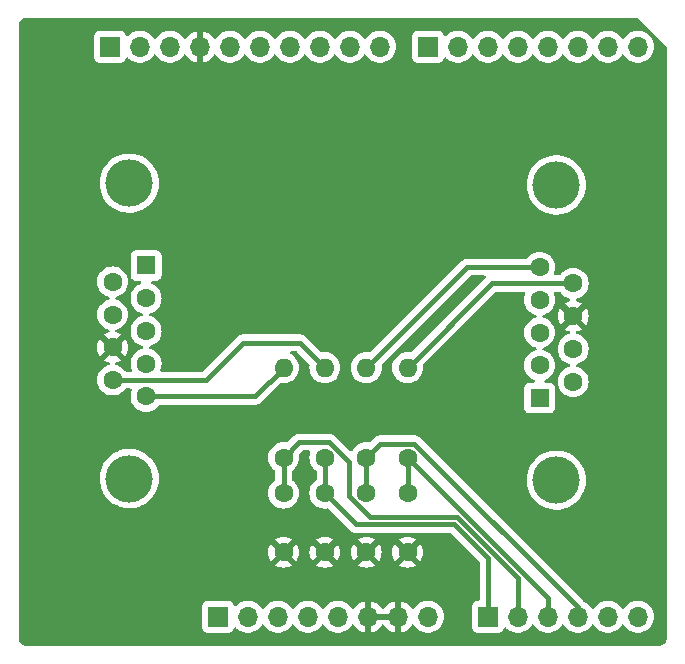
<source format=gbr>
%TF.GenerationSoftware,KiCad,Pcbnew,8.0.7*%
%TF.CreationDate,2025-05-28T21:32:16+01:00*%
%TF.ProjectId,ArduinoAtari,41726475-696e-46f4-9174-6172692e6b69,rev?*%
%TF.SameCoordinates,Original*%
%TF.FileFunction,Copper,L2,Bot*%
%TF.FilePolarity,Positive*%
%FSLAX46Y46*%
G04 Gerber Fmt 4.6, Leading zero omitted, Abs format (unit mm)*
G04 Created by KiCad (PCBNEW 8.0.7) date 2025-05-28 21:32:16*
%MOMM*%
%LPD*%
G01*
G04 APERTURE LIST*
%TA.AperFunction,ComponentPad*%
%ADD10C,1.600000*%
%TD*%
%TA.AperFunction,ComponentPad*%
%ADD11O,1.600000X1.600000*%
%TD*%
%TA.AperFunction,ComponentPad*%
%ADD12R,1.700000X1.700000*%
%TD*%
%TA.AperFunction,ComponentPad*%
%ADD13O,1.700000X1.700000*%
%TD*%
%TA.AperFunction,ComponentPad*%
%ADD14C,4.000000*%
%TD*%
%TA.AperFunction,ComponentPad*%
%ADD15R,1.600000X1.600000*%
%TD*%
%TA.AperFunction,ViaPad*%
%ADD16C,0.600000*%
%TD*%
%TA.AperFunction,Conductor*%
%ADD17C,0.400000*%
%TD*%
G04 APERTURE END LIST*
D10*
%TO.P,R4,1*%
%TO.N,/A2*%
X144000000Y-84000000D03*
D11*
%TO.P,R4,2*%
%TO.N,Net-(J6-Pad9)*%
X144000000Y-76380000D03*
%TD*%
D10*
%TO.P,R3,1*%
%TO.N,/A3*%
X140500000Y-84000000D03*
D11*
%TO.P,R3,2*%
%TO.N,Net-(J6-Pad5)*%
X140500000Y-76380000D03*
%TD*%
D10*
%TO.P,R2,1*%
%TO.N,/A0*%
X137000000Y-84000000D03*
D11*
%TO.P,R2,2*%
%TO.N,Net-(J5-Pad9)*%
X137000000Y-76380000D03*
%TD*%
D10*
%TO.P,R1,1*%
%TO.N,/A1*%
X133500000Y-84000000D03*
D11*
%TO.P,R1,2*%
%TO.N,Net-(J5-Pad5)*%
X133500000Y-76380000D03*
%TD*%
D10*
%TO.P,C4,1*%
%TO.N,/A2*%
X144000000Y-87000000D03*
%TO.P,C4,2*%
%TO.N,GND*%
X144000000Y-92000000D03*
%TD*%
%TO.P,C3,1*%
%TO.N,/A3*%
X140500000Y-87000000D03*
%TO.P,C3,2*%
%TO.N,GND*%
X140500000Y-92000000D03*
%TD*%
%TO.P,C2,1*%
%TO.N,/A1*%
X133500000Y-87000000D03*
%TO.P,C2,2*%
%TO.N,GND*%
X133500000Y-92000000D03*
%TD*%
%TO.P,C1,1*%
%TO.N,/A0*%
X137000000Y-87000000D03*
%TO.P,C1,2*%
%TO.N,GND*%
X137000000Y-92000000D03*
%TD*%
D12*
%TO.P,J1,1,Pin_1*%
%TO.N,unconnected-(J1-Pin_1-Pad1)*%
X127940000Y-97460000D03*
D13*
%TO.P,J1,2,Pin_2*%
%TO.N,/IOREF*%
X130480000Y-97460000D03*
%TO.P,J1,3,Pin_3*%
%TO.N,/~{RESET}*%
X133020000Y-97460000D03*
%TO.P,J1,4,Pin_4*%
%TO.N,+3V3*%
X135560000Y-97460000D03*
%TO.P,J1,5,Pin_5*%
%TO.N,+5V*%
X138100000Y-97460000D03*
%TO.P,J1,6,Pin_6*%
%TO.N,GND*%
X140640000Y-97460000D03*
%TO.P,J1,7,Pin_7*%
X143180000Y-97460000D03*
%TO.P,J1,8,Pin_8*%
%TO.N,VCC*%
X145720000Y-97460000D03*
%TD*%
D12*
%TO.P,J3,1,Pin_1*%
%TO.N,/A0*%
X150800000Y-97460000D03*
D13*
%TO.P,J3,2,Pin_2*%
%TO.N,/A1*%
X153340000Y-97460000D03*
%TO.P,J3,3,Pin_3*%
%TO.N,/A2*%
X155880000Y-97460000D03*
%TO.P,J3,4,Pin_4*%
%TO.N,/A3*%
X158420000Y-97460000D03*
%TO.P,J3,5,Pin_5*%
%TO.N,/SDA{slash}A4*%
X160960000Y-97460000D03*
%TO.P,J3,6,Pin_6*%
%TO.N,/SCL{slash}A5*%
X163500000Y-97460000D03*
%TD*%
D12*
%TO.P,J2,1,Pin_1*%
%TO.N,/SCL{slash}A5*%
X118796000Y-49200000D03*
D13*
%TO.P,J2,2,Pin_2*%
%TO.N,/SDA{slash}A4*%
X121336000Y-49200000D03*
%TO.P,J2,3,Pin_3*%
%TO.N,/AREF*%
X123876000Y-49200000D03*
%TO.P,J2,4,Pin_4*%
%TO.N,GND*%
X126416000Y-49200000D03*
%TO.P,J2,5,Pin_5*%
%TO.N,/13*%
X128956000Y-49200000D03*
%TO.P,J2,6,Pin_6*%
%TO.N,/12*%
X131496000Y-49200000D03*
%TO.P,J2,7,Pin_7*%
%TO.N,/\u002A11*%
X134036000Y-49200000D03*
%TO.P,J2,8,Pin_8*%
%TO.N,/\u002A10*%
X136576000Y-49200000D03*
%TO.P,J2,9,Pin_9*%
%TO.N,/\u002A9*%
X139116000Y-49200000D03*
%TO.P,J2,10,Pin_10*%
%TO.N,/8*%
X141656000Y-49200000D03*
%TD*%
D12*
%TO.P,J4,1,Pin_1*%
%TO.N,/7*%
X145720000Y-49200000D03*
D13*
%TO.P,J4,2,Pin_2*%
%TO.N,/\u002A6*%
X148260000Y-49200000D03*
%TO.P,J4,3,Pin_3*%
%TO.N,/\u002A5*%
X150800000Y-49200000D03*
%TO.P,J4,4,Pin_4*%
%TO.N,/4*%
X153340000Y-49200000D03*
%TO.P,J4,5,Pin_5*%
%TO.N,/\u002A3*%
X155880000Y-49200000D03*
%TO.P,J4,6,Pin_6*%
%TO.N,/2*%
X158420000Y-49200000D03*
%TO.P,J4,7,Pin_7*%
%TO.N,/TX{slash}1*%
X160960000Y-49200000D03*
%TO.P,J4,8,Pin_8*%
%TO.N,/RX{slash}0*%
X163500000Y-49200000D03*
%TD*%
D14*
%TO.P,J5,0*%
%TO.N,N/C*%
X120440000Y-60760000D03*
X120440000Y-85760000D03*
D15*
%TO.P,J5,1,1*%
%TO.N,/\u002A11*%
X121860000Y-67720000D03*
D10*
%TO.P,J5,2,2*%
%TO.N,/\u002A10*%
X121860000Y-70490000D03*
%TO.P,J5,3,3*%
%TO.N,/\u002A9*%
X121860000Y-73260000D03*
%TO.P,J5,4,4*%
%TO.N,/8*%
X121860000Y-76030000D03*
%TO.P,J5,5,5*%
%TO.N,Net-(J5-Pad5)*%
X121860000Y-78800000D03*
%TO.P,J5,6,6*%
%TO.N,/12*%
X119020000Y-69105000D03*
%TO.P,J5,7,7*%
%TO.N,+5V*%
X119020000Y-71875000D03*
%TO.P,J5,8,8*%
%TO.N,GND*%
X119020000Y-74645000D03*
%TO.P,J5,9,9*%
%TO.N,Net-(J5-Pad9)*%
X119020000Y-77415000D03*
%TD*%
D14*
%TO.P,J6,0*%
%TO.N,N/C*%
X156600000Y-85900000D03*
X156600000Y-60900000D03*
D15*
%TO.P,J6,1,1*%
%TO.N,/\u002A6*%
X155180000Y-78940000D03*
D10*
%TO.P,J6,2,2*%
%TO.N,/\u002A5*%
X155180000Y-76170000D03*
%TO.P,J6,3,3*%
%TO.N,/4*%
X155180000Y-73400000D03*
%TO.P,J6,4,4*%
%TO.N,/\u002A3*%
X155180000Y-70630000D03*
%TO.P,J6,5,5*%
%TO.N,Net-(J6-Pad5)*%
X155180000Y-67860000D03*
%TO.P,J6,6,6*%
%TO.N,/2*%
X158020000Y-77555000D03*
%TO.P,J6,7,7*%
%TO.N,+5V*%
X158020000Y-74785000D03*
%TO.P,J6,8,8*%
%TO.N,GND*%
X158020000Y-72015000D03*
%TO.P,J6,9,9*%
%TO.N,Net-(J6-Pad9)*%
X158020000Y-69245000D03*
%TD*%
D16*
%TO.N,GND*%
X148250000Y-83850000D03*
X155125000Y-90275000D03*
X134325000Y-95650000D03*
X129475000Y-95675000D03*
X159220000Y-64740000D03*
X158375000Y-94375000D03*
X120950000Y-94550000D03*
X144620000Y-65010000D03*
X145020000Y-53760000D03*
X164160000Y-83830000D03*
X159310000Y-83720000D03*
X135050000Y-72860000D03*
X159650000Y-52200000D03*
X163520000Y-93810000D03*
X124320000Y-59240000D03*
X163980000Y-52200000D03*
%TD*%
D17*
%TO.N,/A0*%
X139650000Y-89650000D02*
X137000000Y-87000000D01*
X150800000Y-92497056D02*
X147952944Y-89650000D01*
X147952944Y-89650000D02*
X139650000Y-89650000D01*
X150800000Y-97460000D02*
X150800000Y-92497056D01*
%TO.N,/A1*%
X153340000Y-94188528D02*
X153340000Y-97460000D01*
X148201472Y-89050000D02*
X153340000Y-94188528D01*
X139050000Y-87247057D02*
X140852943Y-89050000D01*
X140852943Y-89050000D02*
X148201472Y-89050000D01*
X137372057Y-82675000D02*
X139050000Y-84352943D01*
X139050000Y-84352943D02*
X139050000Y-87247057D01*
X134825000Y-82675000D02*
X137372057Y-82675000D01*
X133500000Y-84000000D02*
X134825000Y-82675000D01*
%TO.N,/A3*%
X158420000Y-96670000D02*
X158420000Y-97460000D01*
X144550000Y-82800000D02*
X158420000Y-96670000D01*
X140500000Y-84000000D02*
X141700000Y-82800000D01*
X141700000Y-82800000D02*
X144550000Y-82800000D01*
%TO.N,/A2*%
X155880000Y-95880000D02*
X155880000Y-97460000D01*
X144000000Y-84000000D02*
X155880000Y-95880000D01*
X144000000Y-84000000D02*
X144000000Y-87000000D01*
%TO.N,/A3*%
X140500000Y-84000000D02*
X140500000Y-87000000D01*
%TO.N,/A0*%
X137000000Y-84000000D02*
X137000000Y-87000000D01*
%TO.N,/A1*%
X133500000Y-84000000D02*
X133500000Y-87000000D01*
%TO.N,Net-(J6-Pad9)*%
X151135000Y-69245000D02*
X158020000Y-69245000D01*
X144000000Y-76380000D02*
X151135000Y-69245000D01*
%TO.N,Net-(J6-Pad5)*%
X149020000Y-67860000D02*
X140500000Y-76380000D01*
X155180000Y-67860000D02*
X149020000Y-67860000D01*
%TO.N,Net-(J5-Pad5)*%
X121860000Y-78800000D02*
X131080000Y-78800000D01*
X131080000Y-78800000D02*
X133500000Y-76380000D01*
%TO.N,Net-(J5-Pad9)*%
X134895000Y-74275000D02*
X137000000Y-76380000D01*
X130100000Y-74275000D02*
X134895000Y-74275000D01*
X126960000Y-77415000D02*
X130100000Y-74275000D01*
X119020000Y-77415000D02*
X126960000Y-77415000D01*
%TO.N,/\u002A6*%
X155180000Y-78910000D02*
X155180000Y-78667943D01*
%TD*%
%TA.AperFunction,Conductor*%
%TO.N,GND*%
G36*
X142714075Y-97267007D02*
G01*
X142680000Y-97394174D01*
X142680000Y-97525826D01*
X142714075Y-97652993D01*
X142746988Y-97710000D01*
X141073012Y-97710000D01*
X141105925Y-97652993D01*
X141140000Y-97525826D01*
X141140000Y-97394174D01*
X141105925Y-97267007D01*
X141073012Y-97210000D01*
X142746988Y-97210000D01*
X142714075Y-97267007D01*
G37*
%TD.AperFunction*%
%TA.AperFunction,Conductor*%
G36*
X163484404Y-46755185D02*
G01*
X163505046Y-46771819D01*
X165928181Y-49194954D01*
X165961666Y-49256277D01*
X165964500Y-49282635D01*
X165964500Y-99231907D01*
X165963903Y-99244062D01*
X165952505Y-99359778D01*
X165947763Y-99383618D01*
X165917832Y-99482290D01*
X165915789Y-99489024D01*
X165906486Y-99511482D01*
X165854561Y-99608627D01*
X165841056Y-99628839D01*
X165771176Y-99713988D01*
X165753988Y-99731176D01*
X165668839Y-99801056D01*
X165648627Y-99814561D01*
X165551482Y-99866486D01*
X165529028Y-99875787D01*
X165487028Y-99888528D01*
X165423618Y-99907763D01*
X165399778Y-99912505D01*
X165291162Y-99923203D01*
X165284060Y-99923903D01*
X165271907Y-99924500D01*
X111768093Y-99924500D01*
X111755939Y-99923903D01*
X111747995Y-99923120D01*
X111640221Y-99912505D01*
X111616381Y-99907763D01*
X111599445Y-99902625D01*
X111510968Y-99875786D01*
X111488517Y-99866486D01*
X111391372Y-99814561D01*
X111371160Y-99801056D01*
X111286011Y-99731176D01*
X111268823Y-99713988D01*
X111198943Y-99628839D01*
X111185438Y-99608627D01*
X111133510Y-99511476D01*
X111124215Y-99489037D01*
X111092234Y-99383612D01*
X111087494Y-99359777D01*
X111076097Y-99244061D01*
X111075500Y-99231907D01*
X111075500Y-96561345D01*
X126581500Y-96561345D01*
X126581500Y-98358654D01*
X126588011Y-98419202D01*
X126588011Y-98419204D01*
X126639111Y-98556204D01*
X126726739Y-98673261D01*
X126843796Y-98760889D01*
X126980799Y-98811989D01*
X127008050Y-98814918D01*
X127041345Y-98818499D01*
X127041362Y-98818500D01*
X128838638Y-98818500D01*
X128838654Y-98818499D01*
X128865692Y-98815591D01*
X128899201Y-98811989D01*
X129036204Y-98760889D01*
X129153261Y-98673261D01*
X129240889Y-98556204D01*
X129286138Y-98434887D01*
X129328009Y-98378956D01*
X129393474Y-98354539D01*
X129461746Y-98369391D01*
X129493545Y-98394236D01*
X129556760Y-98462906D01*
X129734424Y-98601189D01*
X129734425Y-98601189D01*
X129734427Y-98601191D01*
X129794314Y-98633600D01*
X129932426Y-98708342D01*
X130145365Y-98781444D01*
X130367431Y-98818500D01*
X130592569Y-98818500D01*
X130814635Y-98781444D01*
X131027574Y-98708342D01*
X131225576Y-98601189D01*
X131403240Y-98462906D01*
X131524594Y-98331082D01*
X131555715Y-98297276D01*
X131555715Y-98297275D01*
X131555722Y-98297268D01*
X131646193Y-98158790D01*
X131699338Y-98113437D01*
X131768569Y-98104013D01*
X131831905Y-98133515D01*
X131853804Y-98158787D01*
X131944278Y-98297268D01*
X131944283Y-98297273D01*
X131944284Y-98297276D01*
X132070968Y-98434889D01*
X132096760Y-98462906D01*
X132274424Y-98601189D01*
X132274425Y-98601189D01*
X132274427Y-98601191D01*
X132334314Y-98633600D01*
X132472426Y-98708342D01*
X132685365Y-98781444D01*
X132907431Y-98818500D01*
X133132569Y-98818500D01*
X133354635Y-98781444D01*
X133567574Y-98708342D01*
X133765576Y-98601189D01*
X133943240Y-98462906D01*
X134064594Y-98331082D01*
X134095715Y-98297276D01*
X134095715Y-98297275D01*
X134095722Y-98297268D01*
X134186193Y-98158790D01*
X134239338Y-98113437D01*
X134308569Y-98104013D01*
X134371905Y-98133515D01*
X134393804Y-98158787D01*
X134484278Y-98297268D01*
X134484283Y-98297273D01*
X134484284Y-98297276D01*
X134610968Y-98434889D01*
X134636760Y-98462906D01*
X134814424Y-98601189D01*
X134814425Y-98601189D01*
X134814427Y-98601191D01*
X134874314Y-98633600D01*
X135012426Y-98708342D01*
X135225365Y-98781444D01*
X135447431Y-98818500D01*
X135672569Y-98818500D01*
X135894635Y-98781444D01*
X136107574Y-98708342D01*
X136305576Y-98601189D01*
X136483240Y-98462906D01*
X136604594Y-98331082D01*
X136635715Y-98297276D01*
X136635715Y-98297275D01*
X136635722Y-98297268D01*
X136726193Y-98158790D01*
X136779338Y-98113437D01*
X136848569Y-98104013D01*
X136911905Y-98133515D01*
X136933804Y-98158787D01*
X137024278Y-98297268D01*
X137024283Y-98297273D01*
X137024284Y-98297276D01*
X137150968Y-98434889D01*
X137176760Y-98462906D01*
X137354424Y-98601189D01*
X137354425Y-98601189D01*
X137354427Y-98601191D01*
X137414314Y-98633600D01*
X137552426Y-98708342D01*
X137765365Y-98781444D01*
X137987431Y-98818500D01*
X138212569Y-98818500D01*
X138434635Y-98781444D01*
X138647574Y-98708342D01*
X138845576Y-98601189D01*
X139023240Y-98462906D01*
X139144594Y-98331082D01*
X139175715Y-98297276D01*
X139175715Y-98297275D01*
X139175722Y-98297268D01*
X139269749Y-98153347D01*
X139322894Y-98107994D01*
X139392125Y-98098570D01*
X139455461Y-98128072D01*
X139475130Y-98150048D01*
X139601890Y-98331078D01*
X139768917Y-98498105D01*
X139962421Y-98633600D01*
X140176507Y-98733429D01*
X140176516Y-98733433D01*
X140390000Y-98790634D01*
X140390000Y-97893012D01*
X140447007Y-97925925D01*
X140574174Y-97960000D01*
X140705826Y-97960000D01*
X140832993Y-97925925D01*
X140890000Y-97893012D01*
X140890000Y-98790633D01*
X141103483Y-98733433D01*
X141103492Y-98733429D01*
X141317578Y-98633600D01*
X141511082Y-98498105D01*
X141678105Y-98331082D01*
X141808425Y-98144968D01*
X141863002Y-98101344D01*
X141932501Y-98094151D01*
X141994855Y-98125673D01*
X142011575Y-98144968D01*
X142141894Y-98331082D01*
X142308917Y-98498105D01*
X142502421Y-98633600D01*
X142716507Y-98733429D01*
X142716516Y-98733433D01*
X142930000Y-98790634D01*
X142930000Y-97893012D01*
X142987007Y-97925925D01*
X143114174Y-97960000D01*
X143245826Y-97960000D01*
X143372993Y-97925925D01*
X143430000Y-97893012D01*
X143430000Y-98790633D01*
X143643483Y-98733433D01*
X143643492Y-98733429D01*
X143857578Y-98633600D01*
X144051082Y-98498105D01*
X144218105Y-98331082D01*
X144344868Y-98150048D01*
X144399445Y-98106423D01*
X144468944Y-98099231D01*
X144531298Y-98130753D01*
X144550251Y-98153350D01*
X144644276Y-98297265D01*
X144644284Y-98297276D01*
X144770968Y-98434889D01*
X144796760Y-98462906D01*
X144974424Y-98601189D01*
X144974425Y-98601189D01*
X144974427Y-98601191D01*
X145034314Y-98633600D01*
X145172426Y-98708342D01*
X145385365Y-98781444D01*
X145607431Y-98818500D01*
X145832569Y-98818500D01*
X146054635Y-98781444D01*
X146267574Y-98708342D01*
X146465576Y-98601189D01*
X146643240Y-98462906D01*
X146764594Y-98331082D01*
X146795715Y-98297276D01*
X146795717Y-98297273D01*
X146795722Y-98297268D01*
X146918860Y-98108791D01*
X147009296Y-97902616D01*
X147064564Y-97684368D01*
X147067164Y-97652993D01*
X147083156Y-97460005D01*
X147083156Y-97459994D01*
X147064565Y-97235640D01*
X147064563Y-97235628D01*
X147009296Y-97017385D01*
X146999071Y-96994075D01*
X146918860Y-96811209D01*
X146902706Y-96786484D01*
X146795723Y-96622734D01*
X146795715Y-96622723D01*
X146643243Y-96457097D01*
X146643238Y-96457092D01*
X146465577Y-96318812D01*
X146465572Y-96318808D01*
X146267580Y-96211661D01*
X146267577Y-96211659D01*
X146267574Y-96211658D01*
X146267571Y-96211657D01*
X146267569Y-96211656D01*
X146054637Y-96138556D01*
X145832569Y-96101500D01*
X145607431Y-96101500D01*
X145385362Y-96138556D01*
X145172430Y-96211656D01*
X145172419Y-96211661D01*
X144974427Y-96318808D01*
X144974422Y-96318812D01*
X144796761Y-96457092D01*
X144796756Y-96457097D01*
X144644284Y-96622723D01*
X144644276Y-96622734D01*
X144550251Y-96766650D01*
X144497105Y-96812007D01*
X144427873Y-96821430D01*
X144364538Y-96791928D01*
X144344868Y-96769951D01*
X144218113Y-96588926D01*
X144218108Y-96588920D01*
X144051082Y-96421894D01*
X143857578Y-96286399D01*
X143643492Y-96186570D01*
X143643486Y-96186567D01*
X143430000Y-96129364D01*
X143430000Y-97026988D01*
X143372993Y-96994075D01*
X143245826Y-96960000D01*
X143114174Y-96960000D01*
X142987007Y-96994075D01*
X142930000Y-97026988D01*
X142930000Y-96129364D01*
X142929999Y-96129364D01*
X142716513Y-96186567D01*
X142716507Y-96186570D01*
X142502422Y-96286399D01*
X142502420Y-96286400D01*
X142308926Y-96421886D01*
X142308920Y-96421891D01*
X142141891Y-96588920D01*
X142141890Y-96588922D01*
X142011575Y-96775031D01*
X141956998Y-96818655D01*
X141887499Y-96825848D01*
X141825145Y-96794326D01*
X141808425Y-96775031D01*
X141678109Y-96588922D01*
X141678108Y-96588920D01*
X141511082Y-96421894D01*
X141317578Y-96286399D01*
X141103492Y-96186570D01*
X141103486Y-96186567D01*
X140890000Y-96129364D01*
X140890000Y-97026988D01*
X140832993Y-96994075D01*
X140705826Y-96960000D01*
X140574174Y-96960000D01*
X140447007Y-96994075D01*
X140390000Y-97026988D01*
X140390000Y-96129364D01*
X140389999Y-96129364D01*
X140176513Y-96186567D01*
X140176507Y-96186570D01*
X139962422Y-96286399D01*
X139962420Y-96286400D01*
X139768926Y-96421886D01*
X139768920Y-96421891D01*
X139601891Y-96588920D01*
X139601890Y-96588922D01*
X139475131Y-96769952D01*
X139420554Y-96813577D01*
X139351055Y-96820769D01*
X139288701Y-96789247D01*
X139269752Y-96766656D01*
X139175722Y-96622732D01*
X139175715Y-96622725D01*
X139175715Y-96622723D01*
X139023243Y-96457097D01*
X139023238Y-96457092D01*
X138845577Y-96318812D01*
X138845572Y-96318808D01*
X138647580Y-96211661D01*
X138647577Y-96211659D01*
X138647574Y-96211658D01*
X138647571Y-96211657D01*
X138647569Y-96211656D01*
X138434637Y-96138556D01*
X138212569Y-96101500D01*
X137987431Y-96101500D01*
X137765362Y-96138556D01*
X137552430Y-96211656D01*
X137552419Y-96211661D01*
X137354427Y-96318808D01*
X137354422Y-96318812D01*
X137176761Y-96457092D01*
X137176756Y-96457097D01*
X137024284Y-96622723D01*
X137024276Y-96622734D01*
X136933808Y-96761206D01*
X136880662Y-96806562D01*
X136811431Y-96815986D01*
X136748095Y-96786484D01*
X136726192Y-96761206D01*
X136635723Y-96622734D01*
X136635715Y-96622723D01*
X136483243Y-96457097D01*
X136483238Y-96457092D01*
X136305577Y-96318812D01*
X136305572Y-96318808D01*
X136107580Y-96211661D01*
X136107577Y-96211659D01*
X136107574Y-96211658D01*
X136107571Y-96211657D01*
X136107569Y-96211656D01*
X135894637Y-96138556D01*
X135672569Y-96101500D01*
X135447431Y-96101500D01*
X135225362Y-96138556D01*
X135012430Y-96211656D01*
X135012419Y-96211661D01*
X134814427Y-96318808D01*
X134814422Y-96318812D01*
X134636761Y-96457092D01*
X134636756Y-96457097D01*
X134484284Y-96622723D01*
X134484276Y-96622734D01*
X134393808Y-96761206D01*
X134340662Y-96806562D01*
X134271431Y-96815986D01*
X134208095Y-96786484D01*
X134186192Y-96761206D01*
X134095723Y-96622734D01*
X134095715Y-96622723D01*
X133943243Y-96457097D01*
X133943238Y-96457092D01*
X133765577Y-96318812D01*
X133765572Y-96318808D01*
X133567580Y-96211661D01*
X133567577Y-96211659D01*
X133567574Y-96211658D01*
X133567571Y-96211657D01*
X133567569Y-96211656D01*
X133354637Y-96138556D01*
X133132569Y-96101500D01*
X132907431Y-96101500D01*
X132685362Y-96138556D01*
X132472430Y-96211656D01*
X132472419Y-96211661D01*
X132274427Y-96318808D01*
X132274422Y-96318812D01*
X132096761Y-96457092D01*
X132096756Y-96457097D01*
X131944284Y-96622723D01*
X131944276Y-96622734D01*
X131853808Y-96761206D01*
X131800662Y-96806562D01*
X131731431Y-96815986D01*
X131668095Y-96786484D01*
X131646192Y-96761206D01*
X131555723Y-96622734D01*
X131555715Y-96622723D01*
X131403243Y-96457097D01*
X131403238Y-96457092D01*
X131225577Y-96318812D01*
X131225572Y-96318808D01*
X131027580Y-96211661D01*
X131027577Y-96211659D01*
X131027574Y-96211658D01*
X131027571Y-96211657D01*
X131027569Y-96211656D01*
X130814637Y-96138556D01*
X130592569Y-96101500D01*
X130367431Y-96101500D01*
X130145362Y-96138556D01*
X129932430Y-96211656D01*
X129932419Y-96211661D01*
X129734427Y-96318808D01*
X129734422Y-96318812D01*
X129556761Y-96457092D01*
X129493548Y-96525760D01*
X129433661Y-96561750D01*
X129363823Y-96559649D01*
X129306207Y-96520124D01*
X129286138Y-96485110D01*
X129240889Y-96363796D01*
X129207214Y-96318812D01*
X129153261Y-96246739D01*
X129036204Y-96159111D01*
X128899203Y-96108011D01*
X128838654Y-96101500D01*
X128838638Y-96101500D01*
X127041362Y-96101500D01*
X127041345Y-96101500D01*
X126980797Y-96108011D01*
X126980795Y-96108011D01*
X126843795Y-96159111D01*
X126726739Y-96246739D01*
X126639111Y-96363795D01*
X126588011Y-96500795D01*
X126588011Y-96500797D01*
X126581500Y-96561345D01*
X111075500Y-96561345D01*
X111075500Y-91999997D01*
X132195034Y-91999997D01*
X132195034Y-92000002D01*
X132214858Y-92226599D01*
X132214860Y-92226610D01*
X132273730Y-92446317D01*
X132273735Y-92446331D01*
X132369863Y-92652478D01*
X132420974Y-92725472D01*
X133100000Y-92046446D01*
X133100000Y-92052661D01*
X133127259Y-92154394D01*
X133179920Y-92245606D01*
X133254394Y-92320080D01*
X133345606Y-92372741D01*
X133447339Y-92400000D01*
X133453553Y-92400000D01*
X132774526Y-93079025D01*
X132847513Y-93130132D01*
X132847521Y-93130136D01*
X133053668Y-93226264D01*
X133053682Y-93226269D01*
X133273389Y-93285139D01*
X133273400Y-93285141D01*
X133499998Y-93304966D01*
X133500002Y-93304966D01*
X133726599Y-93285141D01*
X133726610Y-93285139D01*
X133946317Y-93226269D01*
X133946331Y-93226264D01*
X134152478Y-93130136D01*
X134225471Y-93079024D01*
X133546447Y-92400000D01*
X133552661Y-92400000D01*
X133654394Y-92372741D01*
X133745606Y-92320080D01*
X133820080Y-92245606D01*
X133872741Y-92154394D01*
X133900000Y-92052661D01*
X133900000Y-92046447D01*
X134579024Y-92725471D01*
X134630136Y-92652478D01*
X134726264Y-92446331D01*
X134726269Y-92446317D01*
X134785139Y-92226610D01*
X134785141Y-92226599D01*
X134804966Y-92000002D01*
X134804966Y-91999997D01*
X135695034Y-91999997D01*
X135695034Y-92000002D01*
X135714858Y-92226599D01*
X135714860Y-92226610D01*
X135773730Y-92446317D01*
X135773735Y-92446331D01*
X135869863Y-92652478D01*
X135920974Y-92725472D01*
X136600000Y-92046446D01*
X136600000Y-92052661D01*
X136627259Y-92154394D01*
X136679920Y-92245606D01*
X136754394Y-92320080D01*
X136845606Y-92372741D01*
X136947339Y-92400000D01*
X136953553Y-92400000D01*
X136274526Y-93079025D01*
X136347513Y-93130132D01*
X136347521Y-93130136D01*
X136553668Y-93226264D01*
X136553682Y-93226269D01*
X136773389Y-93285139D01*
X136773400Y-93285141D01*
X136999998Y-93304966D01*
X137000002Y-93304966D01*
X137226599Y-93285141D01*
X137226610Y-93285139D01*
X137446317Y-93226269D01*
X137446331Y-93226264D01*
X137652478Y-93130136D01*
X137725471Y-93079024D01*
X137046447Y-92400000D01*
X137052661Y-92400000D01*
X137154394Y-92372741D01*
X137245606Y-92320080D01*
X137320080Y-92245606D01*
X137372741Y-92154394D01*
X137400000Y-92052661D01*
X137400000Y-92046447D01*
X138079024Y-92725471D01*
X138130136Y-92652478D01*
X138226264Y-92446331D01*
X138226269Y-92446317D01*
X138285139Y-92226610D01*
X138285141Y-92226599D01*
X138304966Y-92000002D01*
X138304966Y-91999997D01*
X139195034Y-91999997D01*
X139195034Y-92000002D01*
X139214858Y-92226599D01*
X139214860Y-92226610D01*
X139273730Y-92446317D01*
X139273735Y-92446331D01*
X139369863Y-92652478D01*
X139420974Y-92725472D01*
X140100000Y-92046446D01*
X140100000Y-92052661D01*
X140127259Y-92154394D01*
X140179920Y-92245606D01*
X140254394Y-92320080D01*
X140345606Y-92372741D01*
X140447339Y-92400000D01*
X140453553Y-92400000D01*
X139774526Y-93079025D01*
X139847513Y-93130132D01*
X139847521Y-93130136D01*
X140053668Y-93226264D01*
X140053682Y-93226269D01*
X140273389Y-93285139D01*
X140273400Y-93285141D01*
X140499998Y-93304966D01*
X140500002Y-93304966D01*
X140726599Y-93285141D01*
X140726610Y-93285139D01*
X140946317Y-93226269D01*
X140946331Y-93226264D01*
X141152478Y-93130136D01*
X141225471Y-93079024D01*
X140546447Y-92400000D01*
X140552661Y-92400000D01*
X140654394Y-92372741D01*
X140745606Y-92320080D01*
X140820080Y-92245606D01*
X140872741Y-92154394D01*
X140900000Y-92052661D01*
X140900000Y-92046447D01*
X141579024Y-92725471D01*
X141630136Y-92652478D01*
X141726264Y-92446331D01*
X141726269Y-92446317D01*
X141785139Y-92226610D01*
X141785141Y-92226599D01*
X141804966Y-92000002D01*
X141804966Y-91999997D01*
X142695034Y-91999997D01*
X142695034Y-92000002D01*
X142714858Y-92226599D01*
X142714860Y-92226610D01*
X142773730Y-92446317D01*
X142773735Y-92446331D01*
X142869863Y-92652478D01*
X142920974Y-92725472D01*
X143600000Y-92046446D01*
X143600000Y-92052661D01*
X143627259Y-92154394D01*
X143679920Y-92245606D01*
X143754394Y-92320080D01*
X143845606Y-92372741D01*
X143947339Y-92400000D01*
X143953553Y-92400000D01*
X143274526Y-93079025D01*
X143347513Y-93130132D01*
X143347521Y-93130136D01*
X143553668Y-93226264D01*
X143553682Y-93226269D01*
X143773389Y-93285139D01*
X143773400Y-93285141D01*
X143999998Y-93304966D01*
X144000002Y-93304966D01*
X144226599Y-93285141D01*
X144226610Y-93285139D01*
X144446317Y-93226269D01*
X144446331Y-93226264D01*
X144652478Y-93130136D01*
X144725471Y-93079024D01*
X144046447Y-92400000D01*
X144052661Y-92400000D01*
X144154394Y-92372741D01*
X144245606Y-92320080D01*
X144320080Y-92245606D01*
X144372741Y-92154394D01*
X144400000Y-92052661D01*
X144400000Y-92046447D01*
X145079024Y-92725471D01*
X145130136Y-92652478D01*
X145226264Y-92446331D01*
X145226269Y-92446317D01*
X145285139Y-92226610D01*
X145285141Y-92226599D01*
X145304966Y-92000002D01*
X145304966Y-91999997D01*
X145285141Y-91773400D01*
X145285139Y-91773389D01*
X145226269Y-91553682D01*
X145226264Y-91553668D01*
X145130136Y-91347521D01*
X145130132Y-91347513D01*
X145079025Y-91274526D01*
X144400000Y-91953551D01*
X144400000Y-91947339D01*
X144372741Y-91845606D01*
X144320080Y-91754394D01*
X144245606Y-91679920D01*
X144154394Y-91627259D01*
X144052661Y-91600000D01*
X144046445Y-91600000D01*
X144725472Y-90920974D01*
X144652478Y-90869863D01*
X144446331Y-90773735D01*
X144446317Y-90773730D01*
X144226610Y-90714860D01*
X144226599Y-90714858D01*
X144000002Y-90695034D01*
X143999998Y-90695034D01*
X143773400Y-90714858D01*
X143773389Y-90714860D01*
X143553682Y-90773730D01*
X143553673Y-90773734D01*
X143347516Y-90869866D01*
X143347512Y-90869868D01*
X143274526Y-90920973D01*
X143274526Y-90920974D01*
X143953553Y-91600000D01*
X143947339Y-91600000D01*
X143845606Y-91627259D01*
X143754394Y-91679920D01*
X143679920Y-91754394D01*
X143627259Y-91845606D01*
X143600000Y-91947339D01*
X143600000Y-91953552D01*
X142920974Y-91274526D01*
X142920973Y-91274526D01*
X142869868Y-91347512D01*
X142869866Y-91347516D01*
X142773734Y-91553673D01*
X142773730Y-91553682D01*
X142714860Y-91773389D01*
X142714858Y-91773400D01*
X142695034Y-91999997D01*
X141804966Y-91999997D01*
X141785141Y-91773400D01*
X141785139Y-91773389D01*
X141726269Y-91553682D01*
X141726264Y-91553668D01*
X141630136Y-91347521D01*
X141630132Y-91347513D01*
X141579025Y-91274526D01*
X140900000Y-91953551D01*
X140900000Y-91947339D01*
X140872741Y-91845606D01*
X140820080Y-91754394D01*
X140745606Y-91679920D01*
X140654394Y-91627259D01*
X140552661Y-91600000D01*
X140546445Y-91600000D01*
X141225472Y-90920974D01*
X141152478Y-90869863D01*
X140946331Y-90773735D01*
X140946317Y-90773730D01*
X140726610Y-90714860D01*
X140726599Y-90714858D01*
X140500002Y-90695034D01*
X140499998Y-90695034D01*
X140273400Y-90714858D01*
X140273389Y-90714860D01*
X140053682Y-90773730D01*
X140053673Y-90773734D01*
X139847516Y-90869866D01*
X139847512Y-90869868D01*
X139774526Y-90920973D01*
X139774526Y-90920974D01*
X140453553Y-91600000D01*
X140447339Y-91600000D01*
X140345606Y-91627259D01*
X140254394Y-91679920D01*
X140179920Y-91754394D01*
X140127259Y-91845606D01*
X140100000Y-91947339D01*
X140100000Y-91953552D01*
X139420974Y-91274526D01*
X139420973Y-91274526D01*
X139369868Y-91347512D01*
X139369866Y-91347516D01*
X139273734Y-91553673D01*
X139273730Y-91553682D01*
X139214860Y-91773389D01*
X139214858Y-91773400D01*
X139195034Y-91999997D01*
X138304966Y-91999997D01*
X138285141Y-91773400D01*
X138285139Y-91773389D01*
X138226269Y-91553682D01*
X138226264Y-91553668D01*
X138130136Y-91347521D01*
X138130132Y-91347513D01*
X138079025Y-91274526D01*
X137400000Y-91953551D01*
X137400000Y-91947339D01*
X137372741Y-91845606D01*
X137320080Y-91754394D01*
X137245606Y-91679920D01*
X137154394Y-91627259D01*
X137052661Y-91600000D01*
X137046445Y-91600000D01*
X137725472Y-90920974D01*
X137652478Y-90869863D01*
X137446331Y-90773735D01*
X137446317Y-90773730D01*
X137226610Y-90714860D01*
X137226599Y-90714858D01*
X137000002Y-90695034D01*
X136999998Y-90695034D01*
X136773400Y-90714858D01*
X136773389Y-90714860D01*
X136553682Y-90773730D01*
X136553673Y-90773734D01*
X136347516Y-90869866D01*
X136347512Y-90869868D01*
X136274526Y-90920973D01*
X136274526Y-90920974D01*
X136953553Y-91600000D01*
X136947339Y-91600000D01*
X136845606Y-91627259D01*
X136754394Y-91679920D01*
X136679920Y-91754394D01*
X136627259Y-91845606D01*
X136600000Y-91947339D01*
X136600000Y-91953552D01*
X135920974Y-91274526D01*
X135920973Y-91274526D01*
X135869868Y-91347512D01*
X135869866Y-91347516D01*
X135773734Y-91553673D01*
X135773730Y-91553682D01*
X135714860Y-91773389D01*
X135714858Y-91773400D01*
X135695034Y-91999997D01*
X134804966Y-91999997D01*
X134785141Y-91773400D01*
X134785139Y-91773389D01*
X134726269Y-91553682D01*
X134726264Y-91553668D01*
X134630136Y-91347521D01*
X134630132Y-91347513D01*
X134579025Y-91274526D01*
X133900000Y-91953551D01*
X133900000Y-91947339D01*
X133872741Y-91845606D01*
X133820080Y-91754394D01*
X133745606Y-91679920D01*
X133654394Y-91627259D01*
X133552661Y-91600000D01*
X133546445Y-91600000D01*
X134225472Y-90920974D01*
X134152478Y-90869863D01*
X133946331Y-90773735D01*
X133946317Y-90773730D01*
X133726610Y-90714860D01*
X133726599Y-90714858D01*
X133500002Y-90695034D01*
X133499998Y-90695034D01*
X133273400Y-90714858D01*
X133273389Y-90714860D01*
X133053682Y-90773730D01*
X133053673Y-90773734D01*
X132847516Y-90869866D01*
X132847512Y-90869868D01*
X132774526Y-90920973D01*
X132774526Y-90920974D01*
X133453553Y-91600000D01*
X133447339Y-91600000D01*
X133345606Y-91627259D01*
X133254394Y-91679920D01*
X133179920Y-91754394D01*
X133127259Y-91845606D01*
X133100000Y-91947339D01*
X133100000Y-91953552D01*
X132420974Y-91274526D01*
X132420973Y-91274526D01*
X132369868Y-91347512D01*
X132369866Y-91347516D01*
X132273734Y-91553673D01*
X132273730Y-91553682D01*
X132214860Y-91773389D01*
X132214858Y-91773400D01*
X132195034Y-91999997D01*
X111075500Y-91999997D01*
X111075500Y-85759994D01*
X117926540Y-85759994D01*
X117926540Y-85760005D01*
X117946357Y-86075012D01*
X117946359Y-86075020D01*
X118005505Y-86385072D01*
X118050994Y-86525072D01*
X118103044Y-86685267D01*
X118103046Y-86685272D01*
X118237436Y-86970865D01*
X118237442Y-86970876D01*
X118406561Y-87237365D01*
X118406563Y-87237368D01*
X118406568Y-87237375D01*
X118581837Y-87449238D01*
X118607772Y-87480588D01*
X118837858Y-87696652D01*
X118837868Y-87696660D01*
X119093209Y-87882176D01*
X119093214Y-87882178D01*
X119093221Y-87882184D01*
X119369821Y-88034247D01*
X119369826Y-88034249D01*
X119369828Y-88034250D01*
X119369829Y-88034251D01*
X119663294Y-88150442D01*
X119663297Y-88150443D01*
X119855738Y-88199853D01*
X119969025Y-88228940D01*
X120011304Y-88234281D01*
X120282167Y-88268499D01*
X120282176Y-88268499D01*
X120282179Y-88268500D01*
X120282181Y-88268500D01*
X120597819Y-88268500D01*
X120597821Y-88268500D01*
X120597824Y-88268499D01*
X120597832Y-88268499D01*
X120784692Y-88244892D01*
X120910975Y-88228940D01*
X121216702Y-88150443D01*
X121249332Y-88137524D01*
X121510170Y-88034251D01*
X121510171Y-88034250D01*
X121510169Y-88034250D01*
X121510179Y-88034247D01*
X121786779Y-87882184D01*
X122042140Y-87696654D01*
X122272233Y-87480582D01*
X122473432Y-87237375D01*
X122642562Y-86970869D01*
X122776956Y-86685266D01*
X122874495Y-86385072D01*
X122933641Y-86075020D01*
X122943280Y-85921820D01*
X122953460Y-85760005D01*
X122953460Y-85759994D01*
X122933642Y-85444987D01*
X122933641Y-85444980D01*
X122874495Y-85134928D01*
X122776956Y-84834734D01*
X122642562Y-84549131D01*
X122579168Y-84449238D01*
X122473438Y-84282634D01*
X122473436Y-84282632D01*
X122473432Y-84282625D01*
X122272233Y-84039418D01*
X122272232Y-84039417D01*
X122272227Y-84039411D01*
X122230256Y-83999998D01*
X132186502Y-83999998D01*
X132186502Y-84000001D01*
X132206456Y-84228081D01*
X132206457Y-84228089D01*
X132265714Y-84449238D01*
X132265718Y-84449249D01*
X132353163Y-84636776D01*
X132362477Y-84656749D01*
X132493802Y-84844300D01*
X132655700Y-85006198D01*
X132738623Y-85064261D01*
X132782248Y-85118837D01*
X132791500Y-85165836D01*
X132791500Y-85834162D01*
X132771815Y-85901201D01*
X132738625Y-85935736D01*
X132655702Y-85993800D01*
X132655696Y-85993805D01*
X132493806Y-86155695D01*
X132362476Y-86343252D01*
X132362475Y-86343254D01*
X132265718Y-86550750D01*
X132265714Y-86550761D01*
X132206457Y-86771910D01*
X132206456Y-86771918D01*
X132186502Y-86999998D01*
X132186502Y-87000001D01*
X132206456Y-87228081D01*
X132206457Y-87228089D01*
X132265714Y-87449238D01*
X132265718Y-87449249D01*
X132280332Y-87480588D01*
X132362477Y-87656749D01*
X132493802Y-87844300D01*
X132655700Y-88006198D01*
X132843251Y-88137523D01*
X132922013Y-88174250D01*
X133050750Y-88234281D01*
X133050752Y-88234281D01*
X133050757Y-88234284D01*
X133271913Y-88293543D01*
X133428471Y-88307240D01*
X133499998Y-88313498D01*
X133500000Y-88313498D01*
X133500002Y-88313498D01*
X133571529Y-88307240D01*
X133728087Y-88293543D01*
X133949243Y-88234284D01*
X134156749Y-88137523D01*
X134344300Y-88006198D01*
X134506198Y-87844300D01*
X134637523Y-87656749D01*
X134734284Y-87449243D01*
X134793543Y-87228087D01*
X134813498Y-87000000D01*
X134793543Y-86771913D01*
X134734284Y-86550757D01*
X134637523Y-86343251D01*
X134506198Y-86155700D01*
X134344300Y-85993802D01*
X134334941Y-85987249D01*
X134261375Y-85935736D01*
X134217751Y-85881159D01*
X134208500Y-85834162D01*
X134208500Y-85165836D01*
X134228185Y-85098797D01*
X134261377Y-85064261D01*
X134344300Y-85006198D01*
X134506198Y-84844300D01*
X134637523Y-84656749D01*
X134734284Y-84449243D01*
X134793543Y-84228087D01*
X134813498Y-84000000D01*
X134793543Y-83771913D01*
X134793541Y-83771906D01*
X134793474Y-83771137D01*
X134807240Y-83702637D01*
X134829315Y-83672655D01*
X135082153Y-83419816D01*
X135143475Y-83386334D01*
X135169833Y-83383500D01*
X135649502Y-83383500D01*
X135716541Y-83403185D01*
X135762296Y-83455989D01*
X135772240Y-83525147D01*
X135766023Y-83549914D01*
X135765715Y-83550759D01*
X135706457Y-83771910D01*
X135706456Y-83771918D01*
X135686502Y-83999998D01*
X135686502Y-84000001D01*
X135706456Y-84228081D01*
X135706457Y-84228089D01*
X135765714Y-84449238D01*
X135765718Y-84449249D01*
X135853163Y-84636776D01*
X135862477Y-84656749D01*
X135993802Y-84844300D01*
X136155700Y-85006198D01*
X136238623Y-85064261D01*
X136282248Y-85118837D01*
X136291500Y-85165836D01*
X136291500Y-85834162D01*
X136271815Y-85901201D01*
X136238625Y-85935736D01*
X136155702Y-85993800D01*
X136155696Y-85993805D01*
X135993806Y-86155695D01*
X135862476Y-86343252D01*
X135862475Y-86343254D01*
X135765718Y-86550750D01*
X135765714Y-86550761D01*
X135706457Y-86771910D01*
X135706456Y-86771918D01*
X135686502Y-86999998D01*
X135686502Y-87000001D01*
X135706456Y-87228081D01*
X135706457Y-87228089D01*
X135765714Y-87449238D01*
X135765718Y-87449249D01*
X135780332Y-87480588D01*
X135862477Y-87656749D01*
X135993802Y-87844300D01*
X136155700Y-88006198D01*
X136343251Y-88137523D01*
X136422013Y-88174250D01*
X136550750Y-88234281D01*
X136550752Y-88234281D01*
X136550757Y-88234284D01*
X136771913Y-88293543D01*
X136928471Y-88307240D01*
X136999998Y-88313498D01*
X137000000Y-88313498D01*
X137000001Y-88313498D01*
X137015596Y-88312133D01*
X137228087Y-88293543D01*
X137228093Y-88293541D01*
X137228862Y-88293474D01*
X137297362Y-88307240D01*
X137327351Y-88329321D01*
X139198354Y-90200325D01*
X139198358Y-90200328D01*
X139314399Y-90277865D01*
X139314400Y-90277865D01*
X139314401Y-90277866D01*
X139314403Y-90277867D01*
X139405572Y-90315630D01*
X139443338Y-90331273D01*
X139443340Y-90331273D01*
X139443345Y-90331275D01*
X139580214Y-90358499D01*
X139580218Y-90358500D01*
X139580219Y-90358500D01*
X147608111Y-90358500D01*
X147675150Y-90378185D01*
X147695792Y-90394819D01*
X150055181Y-92754208D01*
X150088666Y-92815531D01*
X150091500Y-92841889D01*
X150091500Y-95977500D01*
X150071815Y-96044539D01*
X150019011Y-96090294D01*
X149967500Y-96101500D01*
X149901345Y-96101500D01*
X149840797Y-96108011D01*
X149840795Y-96108011D01*
X149703795Y-96159111D01*
X149586739Y-96246739D01*
X149499111Y-96363795D01*
X149448011Y-96500795D01*
X149448011Y-96500797D01*
X149441500Y-96561345D01*
X149441500Y-98358654D01*
X149448011Y-98419202D01*
X149448011Y-98419204D01*
X149499111Y-98556204D01*
X149586739Y-98673261D01*
X149703796Y-98760889D01*
X149840799Y-98811989D01*
X149868050Y-98814918D01*
X149901345Y-98818499D01*
X149901362Y-98818500D01*
X151698638Y-98818500D01*
X151698654Y-98818499D01*
X151725692Y-98815591D01*
X151759201Y-98811989D01*
X151896204Y-98760889D01*
X152013261Y-98673261D01*
X152100889Y-98556204D01*
X152146138Y-98434887D01*
X152188009Y-98378956D01*
X152253474Y-98354539D01*
X152321746Y-98369391D01*
X152353545Y-98394236D01*
X152416760Y-98462906D01*
X152594424Y-98601189D01*
X152594425Y-98601189D01*
X152594427Y-98601191D01*
X152654314Y-98633600D01*
X152792426Y-98708342D01*
X153005365Y-98781444D01*
X153227431Y-98818500D01*
X153452569Y-98818500D01*
X153674635Y-98781444D01*
X153887574Y-98708342D01*
X154085576Y-98601189D01*
X154263240Y-98462906D01*
X154384594Y-98331082D01*
X154415715Y-98297276D01*
X154415715Y-98297275D01*
X154415722Y-98297268D01*
X154506193Y-98158790D01*
X154559338Y-98113437D01*
X154628569Y-98104013D01*
X154691905Y-98133515D01*
X154713804Y-98158787D01*
X154804278Y-98297268D01*
X154804283Y-98297273D01*
X154804284Y-98297276D01*
X154930968Y-98434889D01*
X154956760Y-98462906D01*
X155134424Y-98601189D01*
X155134425Y-98601189D01*
X155134427Y-98601191D01*
X155194314Y-98633600D01*
X155332426Y-98708342D01*
X155545365Y-98781444D01*
X155767431Y-98818500D01*
X155992569Y-98818500D01*
X156214635Y-98781444D01*
X156427574Y-98708342D01*
X156625576Y-98601189D01*
X156803240Y-98462906D01*
X156924594Y-98331082D01*
X156955715Y-98297276D01*
X156955715Y-98297275D01*
X156955722Y-98297268D01*
X157046193Y-98158790D01*
X157099338Y-98113437D01*
X157168569Y-98104013D01*
X157231905Y-98133515D01*
X157253804Y-98158787D01*
X157344278Y-98297268D01*
X157344283Y-98297273D01*
X157344284Y-98297276D01*
X157470968Y-98434889D01*
X157496760Y-98462906D01*
X157674424Y-98601189D01*
X157674425Y-98601189D01*
X157674427Y-98601191D01*
X157734314Y-98633600D01*
X157872426Y-98708342D01*
X158085365Y-98781444D01*
X158307431Y-98818500D01*
X158532569Y-98818500D01*
X158754635Y-98781444D01*
X158967574Y-98708342D01*
X159165576Y-98601189D01*
X159343240Y-98462906D01*
X159464594Y-98331082D01*
X159495715Y-98297276D01*
X159495715Y-98297275D01*
X159495722Y-98297268D01*
X159586193Y-98158790D01*
X159639338Y-98113437D01*
X159708569Y-98104013D01*
X159771905Y-98133515D01*
X159793804Y-98158787D01*
X159884278Y-98297268D01*
X159884283Y-98297273D01*
X159884284Y-98297276D01*
X160010968Y-98434889D01*
X160036760Y-98462906D01*
X160214424Y-98601189D01*
X160214425Y-98601189D01*
X160214427Y-98601191D01*
X160274314Y-98633600D01*
X160412426Y-98708342D01*
X160625365Y-98781444D01*
X160847431Y-98818500D01*
X161072569Y-98818500D01*
X161294635Y-98781444D01*
X161507574Y-98708342D01*
X161705576Y-98601189D01*
X161883240Y-98462906D01*
X162004594Y-98331082D01*
X162035715Y-98297276D01*
X162035715Y-98297275D01*
X162035722Y-98297268D01*
X162126193Y-98158790D01*
X162179338Y-98113437D01*
X162248569Y-98104013D01*
X162311905Y-98133515D01*
X162333804Y-98158787D01*
X162424278Y-98297268D01*
X162424283Y-98297273D01*
X162424284Y-98297276D01*
X162550968Y-98434889D01*
X162576760Y-98462906D01*
X162754424Y-98601189D01*
X162754425Y-98601189D01*
X162754427Y-98601191D01*
X162814314Y-98633600D01*
X162952426Y-98708342D01*
X163165365Y-98781444D01*
X163387431Y-98818500D01*
X163612569Y-98818500D01*
X163834635Y-98781444D01*
X164047574Y-98708342D01*
X164245576Y-98601189D01*
X164423240Y-98462906D01*
X164544594Y-98331082D01*
X164575715Y-98297276D01*
X164575717Y-98297273D01*
X164575722Y-98297268D01*
X164698860Y-98108791D01*
X164789296Y-97902616D01*
X164844564Y-97684368D01*
X164847164Y-97652993D01*
X164863156Y-97460005D01*
X164863156Y-97459994D01*
X164844565Y-97235640D01*
X164844563Y-97235628D01*
X164789296Y-97017385D01*
X164779071Y-96994075D01*
X164698860Y-96811209D01*
X164682706Y-96786484D01*
X164575723Y-96622734D01*
X164575715Y-96622723D01*
X164423243Y-96457097D01*
X164423238Y-96457092D01*
X164245577Y-96318812D01*
X164245572Y-96318808D01*
X164047580Y-96211661D01*
X164047577Y-96211659D01*
X164047574Y-96211658D01*
X164047571Y-96211657D01*
X164047569Y-96211656D01*
X163834637Y-96138556D01*
X163612569Y-96101500D01*
X163387431Y-96101500D01*
X163165362Y-96138556D01*
X162952430Y-96211656D01*
X162952419Y-96211661D01*
X162754427Y-96318808D01*
X162754422Y-96318812D01*
X162576761Y-96457092D01*
X162576756Y-96457097D01*
X162424284Y-96622723D01*
X162424276Y-96622734D01*
X162333808Y-96761206D01*
X162280662Y-96806562D01*
X162211431Y-96815986D01*
X162148095Y-96786484D01*
X162126192Y-96761206D01*
X162035723Y-96622734D01*
X162035715Y-96622723D01*
X161883243Y-96457097D01*
X161883238Y-96457092D01*
X161705577Y-96318812D01*
X161705572Y-96318808D01*
X161507580Y-96211661D01*
X161507577Y-96211659D01*
X161507574Y-96211658D01*
X161507571Y-96211657D01*
X161507569Y-96211656D01*
X161294637Y-96138556D01*
X161072569Y-96101500D01*
X160847431Y-96101500D01*
X160625362Y-96138556D01*
X160412430Y-96211656D01*
X160412419Y-96211661D01*
X160214427Y-96318808D01*
X160214422Y-96318812D01*
X160036761Y-96457092D01*
X160036756Y-96457097D01*
X159884284Y-96622723D01*
X159884276Y-96622734D01*
X159793808Y-96761206D01*
X159740662Y-96806562D01*
X159671431Y-96815986D01*
X159608095Y-96786484D01*
X159586192Y-96761206D01*
X159495723Y-96622734D01*
X159495715Y-96622723D01*
X159343243Y-96457097D01*
X159343238Y-96457092D01*
X159165577Y-96318812D01*
X159165576Y-96318811D01*
X158974862Y-96215602D01*
X158946199Y-96194228D01*
X148651966Y-85899994D01*
X154086540Y-85899994D01*
X154086540Y-85900005D01*
X154106357Y-86215012D01*
X154124157Y-86308321D01*
X154165505Y-86525072D01*
X154217555Y-86685266D01*
X154263044Y-86825267D01*
X154263046Y-86825272D01*
X154397436Y-87110865D01*
X154397442Y-87110876D01*
X154566561Y-87377365D01*
X154566563Y-87377368D01*
X154566568Y-87377375D01*
X154626023Y-87449243D01*
X154767772Y-87620588D01*
X154997858Y-87836652D01*
X154997868Y-87836660D01*
X155253209Y-88022176D01*
X155253214Y-88022178D01*
X155253221Y-88022184D01*
X155529821Y-88174247D01*
X155529826Y-88174249D01*
X155529828Y-88174250D01*
X155529829Y-88174251D01*
X155823294Y-88290442D01*
X155823297Y-88290443D01*
X156129021Y-88368939D01*
X156129025Y-88368940D01*
X156194717Y-88377238D01*
X156442167Y-88408499D01*
X156442176Y-88408499D01*
X156442179Y-88408500D01*
X156442181Y-88408500D01*
X156757819Y-88408500D01*
X156757821Y-88408500D01*
X156757824Y-88408499D01*
X156757832Y-88408499D01*
X156944692Y-88384892D01*
X157070975Y-88368940D01*
X157376702Y-88290443D01*
X157402760Y-88280126D01*
X157670170Y-88174251D01*
X157670171Y-88174250D01*
X157670169Y-88174250D01*
X157670179Y-88174247D01*
X157946779Y-88022184D01*
X158202140Y-87836654D01*
X158393721Y-87656747D01*
X158432227Y-87620588D01*
X158432228Y-87620586D01*
X158432233Y-87620582D01*
X158633432Y-87377375D01*
X158802562Y-87110869D01*
X158936956Y-86825266D01*
X159034495Y-86525072D01*
X159093641Y-86215020D01*
X159097374Y-86155699D01*
X159113460Y-85900005D01*
X159113460Y-85899994D01*
X159093642Y-85584987D01*
X159093641Y-85584980D01*
X159034495Y-85274928D01*
X158936956Y-84974734D01*
X158802562Y-84689131D01*
X158782012Y-84656749D01*
X158633438Y-84422634D01*
X158633436Y-84422632D01*
X158633432Y-84422625D01*
X158432233Y-84179418D01*
X158432232Y-84179417D01*
X158432227Y-84179411D01*
X158202141Y-83963347D01*
X158202131Y-83963339D01*
X157946790Y-83777823D01*
X157946783Y-83777818D01*
X157946779Y-83777816D01*
X157670179Y-83625753D01*
X157670176Y-83625751D01*
X157670171Y-83625749D01*
X157670170Y-83625748D01*
X157376705Y-83509557D01*
X157376702Y-83509556D01*
X157070978Y-83431060D01*
X157070965Y-83431058D01*
X156757832Y-83391500D01*
X156757821Y-83391500D01*
X156442179Y-83391500D01*
X156442167Y-83391500D01*
X156129034Y-83431058D01*
X156129021Y-83431060D01*
X155823297Y-83509556D01*
X155823294Y-83509557D01*
X155529829Y-83625748D01*
X155529828Y-83625749D01*
X155253221Y-83777816D01*
X155253209Y-83777823D01*
X154997868Y-83963339D01*
X154997858Y-83963347D01*
X154767772Y-84179411D01*
X154566561Y-84422634D01*
X154397442Y-84689123D01*
X154397436Y-84689134D01*
X154263046Y-84974727D01*
X154263044Y-84974732D01*
X154210994Y-85134928D01*
X154165505Y-85274928D01*
X154133066Y-85444980D01*
X154106357Y-85584987D01*
X154086540Y-85899994D01*
X148651966Y-85899994D01*
X145001646Y-82249674D01*
X145001642Y-82249671D01*
X144885607Y-82172138D01*
X144885595Y-82172131D01*
X144771014Y-82124672D01*
X144771009Y-82124670D01*
X144756664Y-82118727D01*
X144733953Y-82114209D01*
X144688221Y-82105113D01*
X144619785Y-82091500D01*
X144619782Y-82091500D01*
X144619781Y-82091500D01*
X141769781Y-82091500D01*
X141630218Y-82091500D01*
X141630214Y-82091500D01*
X141610737Y-82095374D01*
X141493343Y-82118725D01*
X141493337Y-82118727D01*
X141417807Y-82150013D01*
X141364395Y-82172136D01*
X141248357Y-82249671D01*
X141248353Y-82249674D01*
X140827350Y-82670677D01*
X140766027Y-82704162D01*
X140728862Y-82706524D01*
X140500002Y-82686502D01*
X140499998Y-82686502D01*
X140271918Y-82706456D01*
X140271910Y-82706457D01*
X140050761Y-82765714D01*
X140050750Y-82765718D01*
X139843254Y-82862475D01*
X139843252Y-82862476D01*
X139843251Y-82862477D01*
X139655700Y-82993802D01*
X139655698Y-82993803D01*
X139655695Y-82993806D01*
X139493806Y-83155695D01*
X139362478Y-83343249D01*
X139335490Y-83401125D01*
X139289317Y-83453564D01*
X139222123Y-83472715D01*
X139155242Y-83452499D01*
X139135427Y-83436400D01*
X137823703Y-82124674D01*
X137823695Y-82124668D01*
X137707660Y-82047136D01*
X137707656Y-82047134D01*
X137680953Y-82036073D01*
X137616484Y-82009369D01*
X137616483Y-82009368D01*
X137578721Y-81993727D01*
X137578715Y-81993725D01*
X137510278Y-81980113D01*
X137441842Y-81966500D01*
X137441839Y-81966500D01*
X137441838Y-81966500D01*
X134894782Y-81966500D01*
X134755218Y-81966500D01*
X134755214Y-81966500D01*
X134618341Y-81993725D01*
X134618340Y-81993726D01*
X134580573Y-82009368D01*
X134580572Y-82009369D01*
X134496602Y-82044151D01*
X134489394Y-82047137D01*
X134373361Y-82124668D01*
X134373353Y-82124674D01*
X133827350Y-82670677D01*
X133766027Y-82704162D01*
X133728862Y-82706524D01*
X133500002Y-82686502D01*
X133499998Y-82686502D01*
X133271918Y-82706456D01*
X133271910Y-82706457D01*
X133050761Y-82765714D01*
X133050750Y-82765718D01*
X132843254Y-82862475D01*
X132843252Y-82862476D01*
X132843251Y-82862477D01*
X132655700Y-82993802D01*
X132655698Y-82993803D01*
X132655695Y-82993806D01*
X132493806Y-83155695D01*
X132362476Y-83343252D01*
X132362475Y-83343254D01*
X132265718Y-83550750D01*
X132265714Y-83550761D01*
X132206457Y-83771910D01*
X132206456Y-83771918D01*
X132186502Y-83999998D01*
X122230256Y-83999998D01*
X122042141Y-83823347D01*
X122042131Y-83823339D01*
X121786790Y-83637823D01*
X121786783Y-83637818D01*
X121786779Y-83637816D01*
X121510179Y-83485753D01*
X121510176Y-83485751D01*
X121510171Y-83485749D01*
X121510170Y-83485748D01*
X121216705Y-83369557D01*
X121216702Y-83369556D01*
X120910978Y-83291060D01*
X120910965Y-83291058D01*
X120597832Y-83251500D01*
X120597821Y-83251500D01*
X120282179Y-83251500D01*
X120282167Y-83251500D01*
X119969034Y-83291058D01*
X119969021Y-83291060D01*
X119663297Y-83369556D01*
X119663294Y-83369557D01*
X119369829Y-83485748D01*
X119369828Y-83485749D01*
X119093221Y-83637816D01*
X119093209Y-83637823D01*
X118837868Y-83823339D01*
X118837858Y-83823347D01*
X118607772Y-84039411D01*
X118406561Y-84282634D01*
X118237442Y-84549123D01*
X118237436Y-84549134D01*
X118103046Y-84834727D01*
X118103044Y-84834732D01*
X118047332Y-85006198D01*
X118005505Y-85134928D01*
X117972220Y-85309409D01*
X117946357Y-85444987D01*
X117926540Y-85759994D01*
X111075500Y-85759994D01*
X111075500Y-69104998D01*
X117706502Y-69104998D01*
X117706502Y-69105001D01*
X117726456Y-69333081D01*
X117726457Y-69333089D01*
X117785714Y-69554238D01*
X117785718Y-69554249D01*
X117851001Y-69694249D01*
X117882477Y-69761749D01*
X118013802Y-69949300D01*
X118175700Y-70111198D01*
X118363251Y-70242523D01*
X118488091Y-70300736D01*
X118570750Y-70339281D01*
X118570752Y-70339281D01*
X118570757Y-70339284D01*
X118570764Y-70339286D01*
X118686230Y-70370225D01*
X118745890Y-70406590D01*
X118776419Y-70469437D01*
X118768124Y-70538813D01*
X118723639Y-70592691D01*
X118686230Y-70609775D01*
X118570761Y-70640714D01*
X118570750Y-70640718D01*
X118363254Y-70737475D01*
X118363252Y-70737476D01*
X118363251Y-70737477D01*
X118175700Y-70868802D01*
X118175698Y-70868803D01*
X118175695Y-70868806D01*
X118013806Y-71030695D01*
X118013803Y-71030698D01*
X118013802Y-71030700D01*
X117979812Y-71079243D01*
X117882476Y-71218252D01*
X117882475Y-71218254D01*
X117785718Y-71425750D01*
X117785714Y-71425761D01*
X117726457Y-71646910D01*
X117726456Y-71646918D01*
X117706502Y-71874998D01*
X117706502Y-71875001D01*
X117726456Y-72103081D01*
X117726457Y-72103089D01*
X117785714Y-72324238D01*
X117785718Y-72324249D01*
X117874667Y-72515000D01*
X117882477Y-72531749D01*
X118013802Y-72719300D01*
X118175700Y-72881198D01*
X118363251Y-73012523D01*
X118488091Y-73070736D01*
X118570750Y-73109281D01*
X118570752Y-73109281D01*
X118570757Y-73109284D01*
X118702649Y-73144624D01*
X118762309Y-73180989D01*
X118792838Y-73243836D01*
X118784543Y-73313211D01*
X118740058Y-73367089D01*
X118702649Y-73384174D01*
X118573680Y-73418731D01*
X118573673Y-73418734D01*
X118367516Y-73514866D01*
X118367512Y-73514868D01*
X118294526Y-73565973D01*
X118294526Y-73565974D01*
X118890590Y-74162037D01*
X118827007Y-74179075D01*
X118712993Y-74244901D01*
X118619901Y-74337993D01*
X118554075Y-74452007D01*
X118537037Y-74515590D01*
X117940974Y-73919526D01*
X117940973Y-73919526D01*
X117889868Y-73992512D01*
X117889866Y-73992516D01*
X117793734Y-74198673D01*
X117793730Y-74198682D01*
X117734860Y-74418389D01*
X117734858Y-74418400D01*
X117715034Y-74644997D01*
X117715034Y-74645002D01*
X117734858Y-74871599D01*
X117734860Y-74871610D01*
X117793730Y-75091317D01*
X117793735Y-75091331D01*
X117889863Y-75297478D01*
X117940974Y-75370472D01*
X118537037Y-74774409D01*
X118554075Y-74837993D01*
X118619901Y-74952007D01*
X118712993Y-75045099D01*
X118827007Y-75110925D01*
X118890590Y-75127962D01*
X118294526Y-75724025D01*
X118367513Y-75775132D01*
X118367521Y-75775136D01*
X118573668Y-75871264D01*
X118573682Y-75871269D01*
X118702648Y-75905825D01*
X118762309Y-75942190D01*
X118792838Y-76005037D01*
X118784543Y-76074412D01*
X118740058Y-76128290D01*
X118702649Y-76145375D01*
X118570762Y-76180714D01*
X118570750Y-76180718D01*
X118363254Y-76277475D01*
X118363252Y-76277476D01*
X118301504Y-76320713D01*
X118175700Y-76408802D01*
X118175698Y-76408803D01*
X118175695Y-76408806D01*
X118013806Y-76570695D01*
X118013803Y-76570698D01*
X118013802Y-76570700D01*
X117939116Y-76677363D01*
X117882476Y-76758252D01*
X117882475Y-76758254D01*
X117785718Y-76965750D01*
X117785714Y-76965761D01*
X117726457Y-77186910D01*
X117726456Y-77186918D01*
X117706502Y-77414998D01*
X117706502Y-77415001D01*
X117726456Y-77643081D01*
X117726457Y-77643089D01*
X117785714Y-77864238D01*
X117785718Y-77864249D01*
X117851001Y-78004249D01*
X117882477Y-78071749D01*
X118013802Y-78259300D01*
X118175700Y-78421198D01*
X118363251Y-78552523D01*
X118488091Y-78610736D01*
X118570750Y-78649281D01*
X118570752Y-78649281D01*
X118570757Y-78649284D01*
X118791913Y-78708543D01*
X118954832Y-78722796D01*
X119019998Y-78728498D01*
X119020000Y-78728498D01*
X119020002Y-78728498D01*
X119077021Y-78723509D01*
X119248087Y-78708543D01*
X119469243Y-78649284D01*
X119676749Y-78552523D01*
X119864300Y-78421198D01*
X120026198Y-78259300D01*
X120084261Y-78176376D01*
X120138837Y-78132752D01*
X120185836Y-78123500D01*
X120537047Y-78123500D01*
X120604086Y-78143185D01*
X120649841Y-78195989D01*
X120659785Y-78265147D01*
X120649429Y-78299905D01*
X120625717Y-78350755D01*
X120625714Y-78350761D01*
X120566457Y-78571910D01*
X120566456Y-78571918D01*
X120546502Y-78799998D01*
X120546502Y-78800001D01*
X120566456Y-79028081D01*
X120566457Y-79028089D01*
X120625714Y-79249238D01*
X120625718Y-79249249D01*
X120672851Y-79350325D01*
X120722477Y-79456749D01*
X120853802Y-79644300D01*
X121015700Y-79806198D01*
X121203251Y-79937523D01*
X121328091Y-79995736D01*
X121410750Y-80034281D01*
X121410752Y-80034281D01*
X121410757Y-80034284D01*
X121631913Y-80093543D01*
X121794832Y-80107796D01*
X121859998Y-80113498D01*
X121860000Y-80113498D01*
X121860002Y-80113498D01*
X121917021Y-80108509D01*
X122088087Y-80093543D01*
X122309243Y-80034284D01*
X122516749Y-79937523D01*
X122704300Y-79806198D01*
X122866198Y-79644300D01*
X122924261Y-79561376D01*
X122978837Y-79517752D01*
X123025836Y-79508500D01*
X131149782Y-79508500D01*
X131218221Y-79494886D01*
X131218222Y-79494886D01*
X131235448Y-79491459D01*
X131286662Y-79481273D01*
X131337227Y-79460328D01*
X131415601Y-79427865D01*
X131531643Y-79350328D01*
X133172649Y-77709319D01*
X133233970Y-77675836D01*
X133271136Y-77673474D01*
X133271907Y-77673541D01*
X133271913Y-77673543D01*
X133481942Y-77691918D01*
X133499999Y-77693498D01*
X133500000Y-77693498D01*
X133500002Y-77693498D01*
X133557021Y-77688509D01*
X133728087Y-77673543D01*
X133949243Y-77614284D01*
X134156749Y-77517523D01*
X134344300Y-77386198D01*
X134506198Y-77224300D01*
X134637523Y-77036749D01*
X134734284Y-76829243D01*
X134793543Y-76608087D01*
X134813498Y-76380000D01*
X134793543Y-76151913D01*
X134734284Y-75930757D01*
X134730624Y-75922909D01*
X134669207Y-75791198D01*
X134637523Y-75723251D01*
X134506198Y-75535700D01*
X134344300Y-75373802D01*
X134156749Y-75242477D01*
X134139091Y-75234243D01*
X134108294Y-75219882D01*
X134055854Y-75173710D01*
X134036702Y-75106516D01*
X134056918Y-75039635D01*
X134110083Y-74994301D01*
X134160698Y-74983500D01*
X134550167Y-74983500D01*
X134617206Y-75003185D01*
X134637848Y-75019819D01*
X135670678Y-76052648D01*
X135704163Y-76113971D01*
X135706525Y-76151136D01*
X135686502Y-76379998D01*
X135686502Y-76380001D01*
X135706456Y-76608081D01*
X135706457Y-76608089D01*
X135765714Y-76829238D01*
X135765718Y-76829249D01*
X135829373Y-76965757D01*
X135862477Y-77036749D01*
X135993802Y-77224300D01*
X136155700Y-77386198D01*
X136343251Y-77517523D01*
X136432223Y-77559011D01*
X136550750Y-77614281D01*
X136550752Y-77614281D01*
X136550757Y-77614284D01*
X136771913Y-77673543D01*
X136934832Y-77687796D01*
X136999998Y-77693498D01*
X137000000Y-77693498D01*
X137000002Y-77693498D01*
X137057021Y-77688509D01*
X137228087Y-77673543D01*
X137449243Y-77614284D01*
X137656749Y-77517523D01*
X137844300Y-77386198D01*
X138006198Y-77224300D01*
X138137523Y-77036749D01*
X138234284Y-76829243D01*
X138293543Y-76608087D01*
X138313498Y-76380000D01*
X138313498Y-76379998D01*
X139186502Y-76379998D01*
X139186502Y-76380001D01*
X139206456Y-76608081D01*
X139206457Y-76608089D01*
X139265714Y-76829238D01*
X139265718Y-76829249D01*
X139329373Y-76965757D01*
X139362477Y-77036749D01*
X139493802Y-77224300D01*
X139655700Y-77386198D01*
X139843251Y-77517523D01*
X139932223Y-77559011D01*
X140050750Y-77614281D01*
X140050752Y-77614281D01*
X140050757Y-77614284D01*
X140271913Y-77673543D01*
X140434832Y-77687796D01*
X140499998Y-77693498D01*
X140500000Y-77693498D01*
X140500002Y-77693498D01*
X140557021Y-77688509D01*
X140728087Y-77673543D01*
X140949243Y-77614284D01*
X141156749Y-77517523D01*
X141344300Y-77386198D01*
X141506198Y-77224300D01*
X141637523Y-77036749D01*
X141734284Y-76829243D01*
X141793543Y-76608087D01*
X141813498Y-76380000D01*
X141793543Y-76151913D01*
X141793541Y-76151907D01*
X141793474Y-76151136D01*
X141807240Y-76082636D01*
X141829318Y-76052650D01*
X149277151Y-68604819D01*
X149338474Y-68571334D01*
X149364832Y-68568500D01*
X150510167Y-68568500D01*
X150577206Y-68588185D01*
X150622961Y-68640989D01*
X150632905Y-68710147D01*
X150603880Y-68773703D01*
X150597848Y-68780181D01*
X144327351Y-75050677D01*
X144266028Y-75084162D01*
X144228863Y-75086524D01*
X144000002Y-75066502D01*
X143999998Y-75066502D01*
X143771918Y-75086456D01*
X143771910Y-75086457D01*
X143550761Y-75145714D01*
X143550750Y-75145718D01*
X143343254Y-75242475D01*
X143343252Y-75242476D01*
X143343251Y-75242477D01*
X143155700Y-75373802D01*
X143155698Y-75373803D01*
X143155695Y-75373806D01*
X142993806Y-75535695D01*
X142862476Y-75723252D01*
X142862475Y-75723254D01*
X142765718Y-75930750D01*
X142765714Y-75930761D01*
X142706457Y-76151910D01*
X142706456Y-76151918D01*
X142686502Y-76379998D01*
X142686502Y-76380001D01*
X142706456Y-76608081D01*
X142706457Y-76608089D01*
X142765714Y-76829238D01*
X142765718Y-76829249D01*
X142829373Y-76965757D01*
X142862477Y-77036749D01*
X142993802Y-77224300D01*
X143155700Y-77386198D01*
X143343251Y-77517523D01*
X143432223Y-77559011D01*
X143550750Y-77614281D01*
X143550752Y-77614281D01*
X143550757Y-77614284D01*
X143771913Y-77673543D01*
X143934832Y-77687796D01*
X143999998Y-77693498D01*
X144000000Y-77693498D01*
X144000002Y-77693498D01*
X144057021Y-77688509D01*
X144228087Y-77673543D01*
X144449243Y-77614284D01*
X144656749Y-77517523D01*
X144844300Y-77386198D01*
X145006198Y-77224300D01*
X145137523Y-77036749D01*
X145234284Y-76829243D01*
X145293543Y-76608087D01*
X145313498Y-76380000D01*
X145293543Y-76151913D01*
X145293541Y-76151907D01*
X145293474Y-76151136D01*
X145307240Y-76082636D01*
X145329318Y-76052650D01*
X151392151Y-69989819D01*
X151453474Y-69956334D01*
X151479832Y-69953500D01*
X153857047Y-69953500D01*
X153924086Y-69973185D01*
X153969841Y-70025989D01*
X153979785Y-70095147D01*
X153969429Y-70129905D01*
X153945717Y-70180755D01*
X153945714Y-70180761D01*
X153886457Y-70401910D01*
X153886456Y-70401918D01*
X153866502Y-70629998D01*
X153866502Y-70630001D01*
X153886456Y-70858081D01*
X153886457Y-70858089D01*
X153945714Y-71079238D01*
X153945718Y-71079249D01*
X154010537Y-71218254D01*
X154042477Y-71286749D01*
X154173802Y-71474300D01*
X154335700Y-71636198D01*
X154523251Y-71767523D01*
X154600400Y-71803498D01*
X154730750Y-71864281D01*
X154730752Y-71864281D01*
X154730757Y-71864284D01*
X154770749Y-71875000D01*
X154846230Y-71895225D01*
X154905890Y-71931590D01*
X154936419Y-71994437D01*
X154928124Y-72063813D01*
X154883639Y-72117691D01*
X154846230Y-72134775D01*
X154730761Y-72165714D01*
X154730750Y-72165718D01*
X154523254Y-72262475D01*
X154523252Y-72262476D01*
X154523251Y-72262477D01*
X154335700Y-72393802D01*
X154335698Y-72393803D01*
X154335695Y-72393806D01*
X154173806Y-72555695D01*
X154173803Y-72555698D01*
X154173802Y-72555700D01*
X154095534Y-72667478D01*
X154042476Y-72743252D01*
X154042475Y-72743254D01*
X153945718Y-72950750D01*
X153945714Y-72950761D01*
X153886457Y-73171910D01*
X153886456Y-73171918D01*
X153866502Y-73399998D01*
X153866502Y-73400001D01*
X153886456Y-73628081D01*
X153886457Y-73628089D01*
X153945714Y-73849238D01*
X153945718Y-73849249D01*
X154012523Y-73992512D01*
X154042477Y-74056749D01*
X154173802Y-74244300D01*
X154335700Y-74406198D01*
X154523251Y-74537523D01*
X154648091Y-74595736D01*
X154730750Y-74634281D01*
X154730752Y-74634281D01*
X154730757Y-74634284D01*
X154770749Y-74645000D01*
X154846230Y-74665225D01*
X154905890Y-74701590D01*
X154936419Y-74764437D01*
X154928124Y-74833813D01*
X154883639Y-74887691D01*
X154846230Y-74904775D01*
X154730761Y-74935714D01*
X154730750Y-74935718D01*
X154523254Y-75032475D01*
X154523252Y-75032476D01*
X154523251Y-75032477D01*
X154335700Y-75163802D01*
X154335698Y-75163803D01*
X154335695Y-75163806D01*
X154173806Y-75325695D01*
X154173803Y-75325698D01*
X154173802Y-75325700D01*
X154140121Y-75373802D01*
X154042476Y-75513252D01*
X154042475Y-75513254D01*
X153945718Y-75720750D01*
X153945714Y-75720761D01*
X153886457Y-75941910D01*
X153886456Y-75941918D01*
X153866502Y-76169998D01*
X153866502Y-76170001D01*
X153886456Y-76398081D01*
X153886457Y-76398089D01*
X153945714Y-76619238D01*
X153945718Y-76619249D01*
X154010537Y-76758254D01*
X154042477Y-76826749D01*
X154173802Y-77014300D01*
X154335700Y-77176198D01*
X154523251Y-77307523D01*
X154659941Y-77371262D01*
X154711100Y-77395118D01*
X154763540Y-77441290D01*
X154782692Y-77508483D01*
X154762476Y-77575365D01*
X154709311Y-77620699D01*
X154658696Y-77631500D01*
X154331345Y-77631500D01*
X154270797Y-77638011D01*
X154270795Y-77638011D01*
X154133795Y-77689111D01*
X154016739Y-77776739D01*
X153929111Y-77893795D01*
X153878011Y-78030795D01*
X153878011Y-78030797D01*
X153871500Y-78091345D01*
X153871500Y-79788654D01*
X153878011Y-79849202D01*
X153878011Y-79849204D01*
X153910954Y-79937524D01*
X153929111Y-79986204D01*
X154016739Y-80103261D01*
X154133796Y-80190889D01*
X154270799Y-80241989D01*
X154298050Y-80244918D01*
X154331345Y-80248499D01*
X154331362Y-80248500D01*
X156028638Y-80248500D01*
X156028654Y-80248499D01*
X156055692Y-80245591D01*
X156089201Y-80241989D01*
X156226204Y-80190889D01*
X156343261Y-80103261D01*
X156430889Y-79986204D01*
X156481989Y-79849201D01*
X156486613Y-79806193D01*
X156488499Y-79788654D01*
X156488500Y-79788637D01*
X156488500Y-78091362D01*
X156488499Y-78091345D01*
X156483286Y-78042865D01*
X156481989Y-78030799D01*
X156477592Y-78019011D01*
X156451797Y-77949853D01*
X156430889Y-77893796D01*
X156343261Y-77776739D01*
X156226204Y-77689111D01*
X156190613Y-77675836D01*
X156089203Y-77638011D01*
X156028654Y-77631500D01*
X156028638Y-77631500D01*
X155701304Y-77631500D01*
X155634265Y-77611815D01*
X155588510Y-77559011D01*
X155578566Y-77489853D01*
X155607591Y-77426297D01*
X155648900Y-77395118D01*
X155676544Y-77382227D01*
X155836749Y-77307523D01*
X156024300Y-77176198D01*
X156186198Y-77014300D01*
X156317523Y-76826749D01*
X156414284Y-76619243D01*
X156473543Y-76398087D01*
X156492560Y-76180718D01*
X156493498Y-76170001D01*
X156493498Y-76169998D01*
X156485855Y-76082636D01*
X156473543Y-75941913D01*
X156414284Y-75720757D01*
X156317523Y-75513251D01*
X156186198Y-75325700D01*
X156024300Y-75163802D01*
X155836749Y-75032477D01*
X155818154Y-75023806D01*
X155629249Y-74935718D01*
X155629235Y-74935713D01*
X155513770Y-74904775D01*
X155454109Y-74868410D01*
X155423580Y-74805563D01*
X155431875Y-74736188D01*
X155476360Y-74682310D01*
X155513770Y-74665225D01*
X155589243Y-74645002D01*
X155629243Y-74634284D01*
X155836749Y-74537523D01*
X156024300Y-74406198D01*
X156186198Y-74244300D01*
X156317523Y-74056749D01*
X156414284Y-73849243D01*
X156473543Y-73628087D01*
X156493498Y-73400000D01*
X156492113Y-73384174D01*
X156482634Y-73275825D01*
X156473543Y-73171913D01*
X156414284Y-72950757D01*
X156317523Y-72743251D01*
X156186198Y-72555700D01*
X156024300Y-72393802D01*
X155836749Y-72262477D01*
X155818154Y-72253806D01*
X155629249Y-72165718D01*
X155629235Y-72165713D01*
X155513770Y-72134775D01*
X155454109Y-72098410D01*
X155423580Y-72035563D01*
X155431875Y-71966188D01*
X155476360Y-71912310D01*
X155513770Y-71895225D01*
X155629243Y-71864284D01*
X155836749Y-71767523D01*
X156024300Y-71636198D01*
X156186198Y-71474300D01*
X156317523Y-71286749D01*
X156414284Y-71079243D01*
X156473543Y-70858087D01*
X156492560Y-70640718D01*
X156493498Y-70630001D01*
X156493498Y-70629998D01*
X156485520Y-70538813D01*
X156473543Y-70401913D01*
X156414284Y-70180757D01*
X156390570Y-70129903D01*
X156380079Y-70060827D01*
X156408599Y-69997043D01*
X156467075Y-69958804D01*
X156502953Y-69953500D01*
X156854164Y-69953500D01*
X156921203Y-69973185D01*
X156955738Y-70006376D01*
X157013802Y-70089300D01*
X157175700Y-70251198D01*
X157363251Y-70382523D01*
X157440400Y-70418498D01*
X157570750Y-70479281D01*
X157570752Y-70479281D01*
X157570757Y-70479284D01*
X157702649Y-70514624D01*
X157762309Y-70550989D01*
X157792838Y-70613836D01*
X157784543Y-70683211D01*
X157740058Y-70737089D01*
X157702649Y-70754174D01*
X157573680Y-70788731D01*
X157573673Y-70788734D01*
X157367516Y-70884866D01*
X157367512Y-70884868D01*
X157294526Y-70935973D01*
X157294526Y-70935974D01*
X157890590Y-71532037D01*
X157827007Y-71549075D01*
X157712993Y-71614901D01*
X157619901Y-71707993D01*
X157554075Y-71822007D01*
X157537037Y-71885590D01*
X156940974Y-71289526D01*
X156940973Y-71289526D01*
X156889868Y-71362512D01*
X156889866Y-71362516D01*
X156793734Y-71568673D01*
X156793730Y-71568682D01*
X156734860Y-71788389D01*
X156734858Y-71788400D01*
X156715034Y-72014997D01*
X156715034Y-72015002D01*
X156734858Y-72241599D01*
X156734860Y-72241610D01*
X156793730Y-72461317D01*
X156793735Y-72461331D01*
X156889863Y-72667478D01*
X156940974Y-72740472D01*
X157537037Y-72144409D01*
X157554075Y-72207993D01*
X157619901Y-72322007D01*
X157712993Y-72415099D01*
X157827007Y-72480925D01*
X157890590Y-72497962D01*
X157294526Y-73094025D01*
X157367513Y-73145132D01*
X157367521Y-73145136D01*
X157573668Y-73241264D01*
X157573682Y-73241269D01*
X157702648Y-73275825D01*
X157762309Y-73312190D01*
X157792838Y-73375037D01*
X157784543Y-73444412D01*
X157740058Y-73498290D01*
X157702649Y-73515375D01*
X157570762Y-73550714D01*
X157570750Y-73550718D01*
X157363254Y-73647475D01*
X157363252Y-73647476D01*
X157363251Y-73647477D01*
X157175700Y-73778802D01*
X157175698Y-73778803D01*
X157175695Y-73778806D01*
X157013806Y-73940695D01*
X157013803Y-73940698D01*
X157013802Y-73940700D01*
X156932546Y-74056745D01*
X156882476Y-74128252D01*
X156882475Y-74128254D01*
X156785718Y-74335750D01*
X156785714Y-74335761D01*
X156726457Y-74556910D01*
X156726456Y-74556918D01*
X156706502Y-74784998D01*
X156706502Y-74785001D01*
X156726456Y-75013081D01*
X156726457Y-75013089D01*
X156785714Y-75234238D01*
X156785718Y-75234249D01*
X156850537Y-75373254D01*
X156882477Y-75441749D01*
X157013802Y-75629300D01*
X157175700Y-75791198D01*
X157363251Y-75922523D01*
X157479621Y-75976787D01*
X157570750Y-76019281D01*
X157570752Y-76019281D01*
X157570757Y-76019284D01*
X157610749Y-76030000D01*
X157686230Y-76050225D01*
X157745890Y-76086590D01*
X157776419Y-76149437D01*
X157768124Y-76218813D01*
X157723639Y-76272691D01*
X157686230Y-76289775D01*
X157570761Y-76320714D01*
X157570750Y-76320718D01*
X157363254Y-76417475D01*
X157363252Y-76417476D01*
X157363251Y-76417477D01*
X157175700Y-76548802D01*
X157175698Y-76548803D01*
X157175695Y-76548806D01*
X157013806Y-76710695D01*
X157013803Y-76710698D01*
X157013802Y-76710700D01*
X156932546Y-76826745D01*
X156882476Y-76898252D01*
X156882475Y-76898254D01*
X156785718Y-77105750D01*
X156785714Y-77105761D01*
X156726457Y-77326910D01*
X156726456Y-77326918D01*
X156706502Y-77554998D01*
X156706502Y-77555001D01*
X156726456Y-77783081D01*
X156726457Y-77783089D01*
X156785714Y-78004238D01*
X156785718Y-78004249D01*
X156826404Y-78091500D01*
X156882477Y-78211749D01*
X157013802Y-78399300D01*
X157175700Y-78561198D01*
X157363251Y-78692523D01*
X157440400Y-78728498D01*
X157570750Y-78789281D01*
X157570752Y-78789281D01*
X157570757Y-78789284D01*
X157791913Y-78848543D01*
X157954832Y-78862796D01*
X158019998Y-78868498D01*
X158020000Y-78868498D01*
X158020002Y-78868498D01*
X158077021Y-78863509D01*
X158248087Y-78848543D01*
X158469243Y-78789284D01*
X158676749Y-78692523D01*
X158864300Y-78561198D01*
X159026198Y-78399300D01*
X159157523Y-78211749D01*
X159254284Y-78004243D01*
X159313543Y-77783087D01*
X159333498Y-77555000D01*
X159313543Y-77326913D01*
X159254284Y-77105757D01*
X159157523Y-76898251D01*
X159026198Y-76710700D01*
X158864300Y-76548802D01*
X158676749Y-76417477D01*
X158658154Y-76408806D01*
X158469249Y-76320718D01*
X158469235Y-76320713D01*
X158353770Y-76289775D01*
X158294109Y-76253410D01*
X158263580Y-76190563D01*
X158271875Y-76121188D01*
X158316360Y-76067310D01*
X158353770Y-76050225D01*
X158469243Y-76019284D01*
X158676749Y-75922523D01*
X158864300Y-75791198D01*
X159026198Y-75629300D01*
X159157523Y-75441749D01*
X159254284Y-75234243D01*
X159313543Y-75013087D01*
X159332560Y-74795718D01*
X159333498Y-74785001D01*
X159333498Y-74784998D01*
X159325520Y-74693813D01*
X159313543Y-74556913D01*
X159254284Y-74335757D01*
X159157523Y-74128251D01*
X159026198Y-73940700D01*
X158864300Y-73778802D01*
X158676749Y-73647477D01*
X158676016Y-73647135D01*
X158469249Y-73550718D01*
X158469237Y-73550714D01*
X158337350Y-73515375D01*
X158277690Y-73479010D01*
X158247161Y-73416163D01*
X158255456Y-73346787D01*
X158299941Y-73292909D01*
X158337351Y-73275825D01*
X158466317Y-73241269D01*
X158466331Y-73241264D01*
X158672478Y-73145136D01*
X158745471Y-73094024D01*
X158149409Y-72497962D01*
X158212993Y-72480925D01*
X158327007Y-72415099D01*
X158420099Y-72322007D01*
X158485925Y-72207993D01*
X158502962Y-72144409D01*
X159099024Y-72740471D01*
X159150136Y-72667478D01*
X159246264Y-72461331D01*
X159246269Y-72461317D01*
X159305139Y-72241610D01*
X159305141Y-72241599D01*
X159324966Y-72015002D01*
X159324966Y-72014997D01*
X159305141Y-71788400D01*
X159305139Y-71788389D01*
X159246269Y-71568682D01*
X159246264Y-71568668D01*
X159150136Y-71362521D01*
X159150132Y-71362513D01*
X159099025Y-71289526D01*
X158502962Y-71885589D01*
X158485925Y-71822007D01*
X158420099Y-71707993D01*
X158327007Y-71614901D01*
X158212993Y-71549075D01*
X158149408Y-71532037D01*
X158745472Y-70935974D01*
X158672478Y-70884863D01*
X158466331Y-70788735D01*
X158466320Y-70788731D01*
X158337350Y-70754174D01*
X158277690Y-70717809D01*
X158247161Y-70654962D01*
X158255456Y-70585586D01*
X158299941Y-70531708D01*
X158337347Y-70514625D01*
X158469243Y-70479284D01*
X158676749Y-70382523D01*
X158864300Y-70251198D01*
X159026198Y-70089300D01*
X159157523Y-69901749D01*
X159254284Y-69694243D01*
X159313543Y-69473087D01*
X159331759Y-69264882D01*
X159333498Y-69245001D01*
X159333498Y-69244998D01*
X159325319Y-69151517D01*
X159313543Y-69016913D01*
X159254284Y-68795757D01*
X159157523Y-68588251D01*
X159026198Y-68400700D01*
X158864300Y-68238802D01*
X158676749Y-68107477D01*
X158658154Y-68098806D01*
X158469249Y-68010718D01*
X158469238Y-68010714D01*
X158248089Y-67951457D01*
X158248081Y-67951456D01*
X158020002Y-67931502D01*
X158019998Y-67931502D01*
X157791918Y-67951456D01*
X157791910Y-67951457D01*
X157570761Y-68010714D01*
X157570750Y-68010718D01*
X157363254Y-68107475D01*
X157363252Y-68107476D01*
X157363251Y-68107477D01*
X157175700Y-68238802D01*
X157175698Y-68238803D01*
X157175695Y-68238806D01*
X157013803Y-68400698D01*
X156955739Y-68483623D01*
X156901163Y-68527248D01*
X156854164Y-68536500D01*
X156502953Y-68536500D01*
X156435914Y-68516815D01*
X156390159Y-68464011D01*
X156380215Y-68394853D01*
X156390571Y-68360095D01*
X156414284Y-68309243D01*
X156473543Y-68088087D01*
X156492560Y-67870718D01*
X156493498Y-67860001D01*
X156493498Y-67859998D01*
X156473543Y-67631918D01*
X156473543Y-67631913D01*
X156414284Y-67410757D01*
X156317523Y-67203251D01*
X156186198Y-67015700D01*
X156024300Y-66853802D01*
X155836749Y-66722477D01*
X155836745Y-66722475D01*
X155629249Y-66625718D01*
X155629238Y-66625714D01*
X155408089Y-66566457D01*
X155408081Y-66566456D01*
X155180002Y-66546502D01*
X155179998Y-66546502D01*
X154951918Y-66566456D01*
X154951910Y-66566457D01*
X154730761Y-66625714D01*
X154730750Y-66625718D01*
X154523254Y-66722475D01*
X154523252Y-66722476D01*
X154523251Y-66722477D01*
X154335700Y-66853802D01*
X154335698Y-66853803D01*
X154335695Y-66853806D01*
X154173803Y-67015698D01*
X154115739Y-67098623D01*
X154061163Y-67142248D01*
X154014164Y-67151500D01*
X148950214Y-67151500D01*
X148813345Y-67178724D01*
X148813341Y-67178726D01*
X148813339Y-67178726D01*
X148813338Y-67178727D01*
X148759930Y-67200849D01*
X148759928Y-67200850D01*
X148684401Y-67232134D01*
X148684397Y-67232136D01*
X148568362Y-67309668D01*
X148568354Y-67309674D01*
X140827351Y-75050677D01*
X140766028Y-75084162D01*
X140728863Y-75086524D01*
X140500002Y-75066502D01*
X140499998Y-75066502D01*
X140271918Y-75086456D01*
X140271910Y-75086457D01*
X140050761Y-75145714D01*
X140050750Y-75145718D01*
X139843254Y-75242475D01*
X139843252Y-75242476D01*
X139843251Y-75242477D01*
X139655700Y-75373802D01*
X139655698Y-75373803D01*
X139655695Y-75373806D01*
X139493806Y-75535695D01*
X139362476Y-75723252D01*
X139362475Y-75723254D01*
X139265718Y-75930750D01*
X139265714Y-75930761D01*
X139206457Y-76151910D01*
X139206456Y-76151918D01*
X139186502Y-76379998D01*
X138313498Y-76379998D01*
X138293543Y-76151913D01*
X138234284Y-75930757D01*
X138230624Y-75922909D01*
X138169207Y-75791198D01*
X138137523Y-75723251D01*
X138006198Y-75535700D01*
X137844300Y-75373802D01*
X137656749Y-75242477D01*
X137639091Y-75234243D01*
X137449249Y-75145718D01*
X137449238Y-75145714D01*
X137228089Y-75086457D01*
X137228081Y-75086456D01*
X137000002Y-75066502D01*
X136999998Y-75066502D01*
X136798145Y-75084162D01*
X136771925Y-75086456D01*
X136771136Y-75086525D01*
X136702636Y-75072758D01*
X136672648Y-75050678D01*
X135346646Y-73724674D01*
X135346638Y-73724668D01*
X135230603Y-73647136D01*
X135230599Y-73647134D01*
X135184620Y-73628089D01*
X135139427Y-73609369D01*
X135139426Y-73609368D01*
X135101664Y-73593727D01*
X135101658Y-73593725D01*
X135033221Y-73580113D01*
X134964785Y-73566500D01*
X134964782Y-73566500D01*
X134964781Y-73566500D01*
X130030219Y-73566500D01*
X130030214Y-73566500D01*
X129893345Y-73593724D01*
X129893341Y-73593726D01*
X129893339Y-73593726D01*
X129893338Y-73593727D01*
X129839930Y-73615849D01*
X129839928Y-73615850D01*
X129764401Y-73647134D01*
X129764397Y-73647136D01*
X129648362Y-73724668D01*
X129648354Y-73724674D01*
X126702848Y-76670181D01*
X126641525Y-76703666D01*
X126615167Y-76706500D01*
X123182953Y-76706500D01*
X123115914Y-76686815D01*
X123070159Y-76634011D01*
X123060215Y-76564853D01*
X123070571Y-76530095D01*
X123094284Y-76479243D01*
X123153543Y-76258087D01*
X123173498Y-76030000D01*
X123172560Y-76019284D01*
X123153543Y-75801918D01*
X123153543Y-75801913D01*
X123094284Y-75580757D01*
X123073271Y-75535695D01*
X123029462Y-75441745D01*
X122997523Y-75373251D01*
X122866198Y-75185700D01*
X122704300Y-75023802D01*
X122516749Y-74892477D01*
X122516745Y-74892475D01*
X122309249Y-74795718D01*
X122309235Y-74795713D01*
X122193770Y-74764775D01*
X122134109Y-74728410D01*
X122103580Y-74665563D01*
X122111875Y-74596188D01*
X122156360Y-74542310D01*
X122193770Y-74525225D01*
X122309243Y-74494284D01*
X122516749Y-74397523D01*
X122704300Y-74266198D01*
X122866198Y-74104300D01*
X122997523Y-73916749D01*
X123094284Y-73709243D01*
X123153543Y-73488087D01*
X123171314Y-73284962D01*
X123173498Y-73260001D01*
X123173498Y-73259998D01*
X123165791Y-73171910D01*
X123153543Y-73031913D01*
X123094284Y-72810757D01*
X122997523Y-72603251D01*
X122866198Y-72415700D01*
X122704300Y-72253802D01*
X122516749Y-72122477D01*
X122516745Y-72122475D01*
X122309249Y-72025718D01*
X122309235Y-72025713D01*
X122193770Y-71994775D01*
X122134109Y-71958410D01*
X122103580Y-71895563D01*
X122111875Y-71826188D01*
X122156360Y-71772310D01*
X122193770Y-71755225D01*
X122309243Y-71724284D01*
X122516749Y-71627523D01*
X122704300Y-71496198D01*
X122866198Y-71334300D01*
X122997523Y-71146749D01*
X123094284Y-70939243D01*
X123153543Y-70718087D01*
X123173498Y-70490000D01*
X123172560Y-70479284D01*
X123165791Y-70401910D01*
X123153543Y-70261913D01*
X123094284Y-70040757D01*
X123078252Y-70006377D01*
X122997524Y-69833254D01*
X122997523Y-69833252D01*
X122997523Y-69833251D01*
X122866198Y-69645700D01*
X122704300Y-69483802D01*
X122516749Y-69352477D01*
X122328900Y-69264882D01*
X122276460Y-69218710D01*
X122257308Y-69151517D01*
X122277524Y-69084635D01*
X122330689Y-69039301D01*
X122381304Y-69028500D01*
X122708638Y-69028500D01*
X122708654Y-69028499D01*
X122735692Y-69025591D01*
X122769201Y-69021989D01*
X122906204Y-68970889D01*
X123023261Y-68883261D01*
X123110889Y-68766204D01*
X123161989Y-68629201D01*
X123166391Y-68588254D01*
X123168499Y-68568654D01*
X123168500Y-68568637D01*
X123168500Y-66871362D01*
X123168499Y-66871345D01*
X123165157Y-66840270D01*
X123161989Y-66810799D01*
X123110889Y-66673796D01*
X123023261Y-66556739D01*
X122906204Y-66469111D01*
X122769203Y-66418011D01*
X122708654Y-66411500D01*
X122708638Y-66411500D01*
X121011362Y-66411500D01*
X121011345Y-66411500D01*
X120950797Y-66418011D01*
X120950795Y-66418011D01*
X120813795Y-66469111D01*
X120696739Y-66556739D01*
X120609111Y-66673795D01*
X120558011Y-66810795D01*
X120558011Y-66810797D01*
X120551500Y-66871345D01*
X120551500Y-68568654D01*
X120558011Y-68629202D01*
X120558011Y-68629204D01*
X120609111Y-68766204D01*
X120696739Y-68883261D01*
X120813796Y-68970889D01*
X120950799Y-69021989D01*
X120978050Y-69024918D01*
X121011345Y-69028499D01*
X121011362Y-69028500D01*
X121338696Y-69028500D01*
X121405735Y-69048185D01*
X121451490Y-69100989D01*
X121461434Y-69170147D01*
X121432409Y-69233703D01*
X121391100Y-69264882D01*
X121203254Y-69352475D01*
X121203252Y-69352476D01*
X121203251Y-69352477D01*
X121015700Y-69483802D01*
X121015698Y-69483803D01*
X121015695Y-69483806D01*
X120853806Y-69645695D01*
X120853803Y-69645698D01*
X120853802Y-69645700D01*
X120819812Y-69694243D01*
X120722476Y-69833252D01*
X120722475Y-69833254D01*
X120625718Y-70040750D01*
X120625714Y-70040761D01*
X120566457Y-70261910D01*
X120566456Y-70261918D01*
X120546502Y-70489998D01*
X120546502Y-70490001D01*
X120566456Y-70718081D01*
X120566457Y-70718089D01*
X120625714Y-70939238D01*
X120625718Y-70939249D01*
X120691001Y-71079249D01*
X120722477Y-71146749D01*
X120853802Y-71334300D01*
X121015700Y-71496198D01*
X121203251Y-71627523D01*
X121276000Y-71661446D01*
X121410750Y-71724281D01*
X121410752Y-71724281D01*
X121410757Y-71724284D01*
X121410764Y-71724286D01*
X121526230Y-71755225D01*
X121585890Y-71791590D01*
X121616419Y-71854437D01*
X121608124Y-71923813D01*
X121563639Y-71977691D01*
X121526230Y-71994775D01*
X121410761Y-72025714D01*
X121410750Y-72025718D01*
X121203254Y-72122475D01*
X121203252Y-72122476D01*
X121141504Y-72165713D01*
X121015700Y-72253802D01*
X121015698Y-72253803D01*
X121015695Y-72253806D01*
X120853806Y-72415695D01*
X120722476Y-72603252D01*
X120722475Y-72603254D01*
X120625718Y-72810750D01*
X120625714Y-72810761D01*
X120566457Y-73031910D01*
X120566456Y-73031918D01*
X120546502Y-73259998D01*
X120546502Y-73260001D01*
X120566456Y-73488081D01*
X120566457Y-73488089D01*
X120625714Y-73709238D01*
X120625718Y-73709249D01*
X120691001Y-73849249D01*
X120722477Y-73916749D01*
X120853802Y-74104300D01*
X121015700Y-74266198D01*
X121203251Y-74397523D01*
X121320093Y-74452007D01*
X121410750Y-74494281D01*
X121410752Y-74494281D01*
X121410757Y-74494284D01*
X121410764Y-74494286D01*
X121526230Y-74525225D01*
X121585890Y-74561590D01*
X121616419Y-74624437D01*
X121608124Y-74693813D01*
X121563639Y-74747691D01*
X121526230Y-74764775D01*
X121410761Y-74795714D01*
X121410750Y-74795718D01*
X121203254Y-74892475D01*
X121203252Y-74892476D01*
X121141504Y-74935713D01*
X121015700Y-75023802D01*
X121015698Y-75023803D01*
X121015695Y-75023806D01*
X120853806Y-75185695D01*
X120853803Y-75185698D01*
X120853802Y-75185700D01*
X120819812Y-75234243D01*
X120722476Y-75373252D01*
X120722475Y-75373254D01*
X120625718Y-75580750D01*
X120625714Y-75580761D01*
X120566457Y-75801910D01*
X120566456Y-75801918D01*
X120546502Y-76029998D01*
X120546502Y-76030001D01*
X120566456Y-76258081D01*
X120566457Y-76258089D01*
X120625714Y-76479238D01*
X120625715Y-76479240D01*
X120625716Y-76479243D01*
X120649429Y-76530095D01*
X120659921Y-76599173D01*
X120631401Y-76662957D01*
X120572925Y-76701196D01*
X120537047Y-76706500D01*
X120185836Y-76706500D01*
X120118797Y-76686815D01*
X120084261Y-76653623D01*
X120026198Y-76570700D01*
X119864300Y-76408802D01*
X119676749Y-76277477D01*
X119676745Y-76277475D01*
X119469249Y-76180718D01*
X119469237Y-76180714D01*
X119337350Y-76145375D01*
X119277690Y-76109010D01*
X119247161Y-76046163D01*
X119255456Y-75976787D01*
X119299941Y-75922909D01*
X119337351Y-75905825D01*
X119466317Y-75871269D01*
X119466331Y-75871264D01*
X119672478Y-75775136D01*
X119745471Y-75724024D01*
X119149409Y-75127962D01*
X119212993Y-75110925D01*
X119327007Y-75045099D01*
X119420099Y-74952007D01*
X119485925Y-74837993D01*
X119502962Y-74774409D01*
X120099024Y-75370471D01*
X120150136Y-75297478D01*
X120246264Y-75091331D01*
X120246269Y-75091317D01*
X120305139Y-74871610D01*
X120305141Y-74871599D01*
X120324966Y-74645002D01*
X120324966Y-74644997D01*
X120305141Y-74418400D01*
X120305139Y-74418389D01*
X120246269Y-74198682D01*
X120246264Y-74198668D01*
X120150136Y-73992521D01*
X120150132Y-73992513D01*
X120099025Y-73919526D01*
X119502962Y-74515589D01*
X119485925Y-74452007D01*
X119420099Y-74337993D01*
X119327007Y-74244901D01*
X119212993Y-74179075D01*
X119149408Y-74162037D01*
X119745472Y-73565974D01*
X119672478Y-73514863D01*
X119466331Y-73418735D01*
X119466320Y-73418731D01*
X119337350Y-73384174D01*
X119277690Y-73347809D01*
X119247161Y-73284962D01*
X119255456Y-73215586D01*
X119299941Y-73161708D01*
X119337347Y-73144625D01*
X119469243Y-73109284D01*
X119676749Y-73012523D01*
X119864300Y-72881198D01*
X120026198Y-72719300D01*
X120157523Y-72531749D01*
X120254284Y-72324243D01*
X120313543Y-72103087D01*
X120333498Y-71875000D01*
X120332560Y-71864284D01*
X120325921Y-71788400D01*
X120313543Y-71646913D01*
X120254284Y-71425757D01*
X120157523Y-71218251D01*
X120026198Y-71030700D01*
X119864300Y-70868802D01*
X119676749Y-70737477D01*
X119675917Y-70737089D01*
X119469249Y-70640718D01*
X119469235Y-70640713D01*
X119353770Y-70609775D01*
X119294109Y-70573410D01*
X119263580Y-70510563D01*
X119271875Y-70441188D01*
X119316360Y-70387310D01*
X119353770Y-70370225D01*
X119469243Y-70339284D01*
X119676749Y-70242523D01*
X119864300Y-70111198D01*
X120026198Y-69949300D01*
X120157523Y-69761749D01*
X120254284Y-69554243D01*
X120313543Y-69333087D01*
X120333498Y-69105000D01*
X120313543Y-68876913D01*
X120254284Y-68655757D01*
X120236274Y-68617135D01*
X120157524Y-68448254D01*
X120157523Y-68448252D01*
X120157523Y-68448251D01*
X120026198Y-68260700D01*
X119864300Y-68098802D01*
X119676749Y-67967477D01*
X119642392Y-67951456D01*
X119469249Y-67870718D01*
X119469238Y-67870714D01*
X119248089Y-67811457D01*
X119248081Y-67811456D01*
X119020002Y-67791502D01*
X119019998Y-67791502D01*
X118791918Y-67811456D01*
X118791910Y-67811457D01*
X118570761Y-67870714D01*
X118570750Y-67870718D01*
X118363254Y-67967475D01*
X118363252Y-67967476D01*
X118363251Y-67967477D01*
X118175700Y-68098802D01*
X118175698Y-68098803D01*
X118175695Y-68098806D01*
X118013806Y-68260695D01*
X118013803Y-68260698D01*
X118013802Y-68260700D01*
X117979812Y-68309243D01*
X117882476Y-68448252D01*
X117882475Y-68448254D01*
X117785718Y-68655750D01*
X117785714Y-68655761D01*
X117726457Y-68876910D01*
X117726456Y-68876918D01*
X117706502Y-69104998D01*
X111075500Y-69104998D01*
X111075500Y-60759994D01*
X117926540Y-60759994D01*
X117926540Y-60760005D01*
X117946357Y-61075012D01*
X117946359Y-61075020D01*
X118005505Y-61385072D01*
X118005507Y-61385077D01*
X118103044Y-61685267D01*
X118103046Y-61685272D01*
X118237436Y-61970865D01*
X118237442Y-61970876D01*
X118406561Y-62237365D01*
X118406563Y-62237368D01*
X118406568Y-62237375D01*
X118607767Y-62480582D01*
X118607772Y-62480588D01*
X118837858Y-62696652D01*
X118837868Y-62696660D01*
X119093209Y-62882176D01*
X119093214Y-62882178D01*
X119093221Y-62882184D01*
X119369821Y-63034247D01*
X119369826Y-63034249D01*
X119369828Y-63034250D01*
X119369829Y-63034251D01*
X119663294Y-63150442D01*
X119663297Y-63150443D01*
X119756024Y-63174251D01*
X119969025Y-63228940D01*
X120034717Y-63237238D01*
X120282167Y-63268499D01*
X120282176Y-63268499D01*
X120282179Y-63268500D01*
X120282181Y-63268500D01*
X120597819Y-63268500D01*
X120597821Y-63268500D01*
X120597824Y-63268499D01*
X120597832Y-63268499D01*
X120784692Y-63244892D01*
X120910975Y-63228940D01*
X121216702Y-63150443D01*
X121216705Y-63150442D01*
X121510170Y-63034251D01*
X121510171Y-63034250D01*
X121510169Y-63034250D01*
X121510179Y-63034247D01*
X121786779Y-62882184D01*
X122042140Y-62696654D01*
X122272233Y-62480582D01*
X122473432Y-62237375D01*
X122642562Y-61970869D01*
X122776956Y-61685266D01*
X122874495Y-61385072D01*
X122933641Y-61075020D01*
X122944653Y-60900000D01*
X122944653Y-60899994D01*
X154086540Y-60899994D01*
X154086540Y-60900005D01*
X154106357Y-61215012D01*
X154106359Y-61215020D01*
X154165505Y-61525072D01*
X154165507Y-61525077D01*
X154263044Y-61825267D01*
X154263046Y-61825272D01*
X154397436Y-62110865D01*
X154397442Y-62110876D01*
X154566561Y-62377365D01*
X154566563Y-62377368D01*
X154566568Y-62377375D01*
X154651949Y-62480582D01*
X154767772Y-62620588D01*
X154997858Y-62836652D01*
X154997868Y-62836660D01*
X155253209Y-63022176D01*
X155253214Y-63022178D01*
X155253221Y-63022184D01*
X155529821Y-63174247D01*
X155529826Y-63174249D01*
X155529828Y-63174250D01*
X155529829Y-63174251D01*
X155823294Y-63290442D01*
X155823297Y-63290443D01*
X156129021Y-63368939D01*
X156129025Y-63368940D01*
X156194717Y-63377238D01*
X156442167Y-63408499D01*
X156442176Y-63408499D01*
X156442179Y-63408500D01*
X156442181Y-63408500D01*
X156757819Y-63408500D01*
X156757821Y-63408500D01*
X156757824Y-63408499D01*
X156757832Y-63408499D01*
X156944692Y-63384892D01*
X157070975Y-63368940D01*
X157376702Y-63290443D01*
X157432124Y-63268500D01*
X157670170Y-63174251D01*
X157670171Y-63174250D01*
X157670169Y-63174250D01*
X157670179Y-63174247D01*
X157946779Y-63022184D01*
X158202140Y-62836654D01*
X158432233Y-62620582D01*
X158633432Y-62377375D01*
X158802562Y-62110869D01*
X158936956Y-61825266D01*
X159034495Y-61525072D01*
X159093641Y-61215020D01*
X159102450Y-61075012D01*
X159113460Y-60900005D01*
X159113460Y-60899994D01*
X159093642Y-60584987D01*
X159093641Y-60584980D01*
X159034495Y-60274928D01*
X158936956Y-59974734D01*
X158802562Y-59689131D01*
X158633432Y-59422625D01*
X158432233Y-59179418D01*
X158432232Y-59179417D01*
X158432227Y-59179411D01*
X158202141Y-58963347D01*
X158202131Y-58963339D01*
X157946790Y-58777823D01*
X157946783Y-58777818D01*
X157946779Y-58777816D01*
X157670179Y-58625753D01*
X157670176Y-58625751D01*
X157670171Y-58625749D01*
X157670170Y-58625748D01*
X157376705Y-58509557D01*
X157376702Y-58509556D01*
X157070978Y-58431060D01*
X157070965Y-58431058D01*
X156757832Y-58391500D01*
X156757821Y-58391500D01*
X156442179Y-58391500D01*
X156442167Y-58391500D01*
X156129034Y-58431058D01*
X156129021Y-58431060D01*
X155823297Y-58509556D01*
X155823294Y-58509557D01*
X155529829Y-58625748D01*
X155529828Y-58625749D01*
X155253221Y-58777816D01*
X155253209Y-58777823D01*
X154997868Y-58963339D01*
X154997858Y-58963347D01*
X154767772Y-59179411D01*
X154566561Y-59422634D01*
X154397442Y-59689123D01*
X154397436Y-59689134D01*
X154263046Y-59974727D01*
X154263044Y-59974732D01*
X154210994Y-60134928D01*
X154165505Y-60274928D01*
X154133066Y-60444980D01*
X154106357Y-60584987D01*
X154086540Y-60899994D01*
X122944653Y-60899994D01*
X122953460Y-60760005D01*
X122953460Y-60759994D01*
X122933642Y-60444987D01*
X122933641Y-60444980D01*
X122874495Y-60134928D01*
X122776956Y-59834734D01*
X122642562Y-59549131D01*
X122642557Y-59549123D01*
X122473438Y-59282634D01*
X122473436Y-59282632D01*
X122473432Y-59282625D01*
X122272233Y-59039418D01*
X122272232Y-59039417D01*
X122272227Y-59039411D01*
X122042141Y-58823347D01*
X122042131Y-58823339D01*
X121786790Y-58637823D01*
X121786783Y-58637818D01*
X121786779Y-58637816D01*
X121510179Y-58485753D01*
X121510176Y-58485751D01*
X121510171Y-58485749D01*
X121510170Y-58485748D01*
X121216705Y-58369557D01*
X121216702Y-58369556D01*
X120910978Y-58291060D01*
X120910965Y-58291058D01*
X120597832Y-58251500D01*
X120597821Y-58251500D01*
X120282179Y-58251500D01*
X120282167Y-58251500D01*
X119969034Y-58291058D01*
X119969021Y-58291060D01*
X119663297Y-58369556D01*
X119663294Y-58369557D01*
X119369829Y-58485748D01*
X119369828Y-58485749D01*
X119093221Y-58637816D01*
X119093209Y-58637823D01*
X118837868Y-58823339D01*
X118837858Y-58823347D01*
X118607772Y-59039411D01*
X118406561Y-59282634D01*
X118237442Y-59549123D01*
X118237436Y-59549134D01*
X118103046Y-59834727D01*
X118103044Y-59834732D01*
X118057557Y-59974727D01*
X118005505Y-60134928D01*
X117972220Y-60309409D01*
X117946357Y-60444987D01*
X117926540Y-60759994D01*
X111075500Y-60759994D01*
X111075500Y-48301345D01*
X117437500Y-48301345D01*
X117437500Y-50098654D01*
X117444011Y-50159202D01*
X117444011Y-50159204D01*
X117495111Y-50296204D01*
X117582739Y-50413261D01*
X117699796Y-50500889D01*
X117836799Y-50551989D01*
X117864050Y-50554918D01*
X117897345Y-50558499D01*
X117897362Y-50558500D01*
X119694638Y-50558500D01*
X119694654Y-50558499D01*
X119721692Y-50555591D01*
X119755201Y-50551989D01*
X119892204Y-50500889D01*
X120009261Y-50413261D01*
X120096889Y-50296204D01*
X120142138Y-50174887D01*
X120184009Y-50118956D01*
X120249474Y-50094539D01*
X120317746Y-50109391D01*
X120349545Y-50134236D01*
X120412760Y-50202906D01*
X120590424Y-50341189D01*
X120590425Y-50341189D01*
X120590427Y-50341191D01*
X120650314Y-50373600D01*
X120788426Y-50448342D01*
X121001365Y-50521444D01*
X121223431Y-50558500D01*
X121448569Y-50558500D01*
X121670635Y-50521444D01*
X121883574Y-50448342D01*
X122081576Y-50341189D01*
X122259240Y-50202906D01*
X122380594Y-50071082D01*
X122411715Y-50037276D01*
X122411715Y-50037275D01*
X122411722Y-50037268D01*
X122502193Y-49898790D01*
X122555338Y-49853437D01*
X122624569Y-49844013D01*
X122687905Y-49873515D01*
X122709804Y-49898787D01*
X122800278Y-50037268D01*
X122800283Y-50037273D01*
X122800284Y-50037276D01*
X122926968Y-50174889D01*
X122952760Y-50202906D01*
X123130424Y-50341189D01*
X123130425Y-50341189D01*
X123130427Y-50341191D01*
X123190314Y-50373600D01*
X123328426Y-50448342D01*
X123541365Y-50521444D01*
X123763431Y-50558500D01*
X123988569Y-50558500D01*
X124210635Y-50521444D01*
X124423574Y-50448342D01*
X124621576Y-50341189D01*
X124799240Y-50202906D01*
X124920594Y-50071082D01*
X124951715Y-50037276D01*
X124951715Y-50037275D01*
X124951722Y-50037268D01*
X125045749Y-49893347D01*
X125098894Y-49847994D01*
X125168125Y-49838570D01*
X125231461Y-49868072D01*
X125251130Y-49890048D01*
X125377890Y-50071078D01*
X125544917Y-50238105D01*
X125738421Y-50373600D01*
X125952507Y-50473429D01*
X125952516Y-50473433D01*
X126166000Y-50530634D01*
X126166000Y-49633012D01*
X126223007Y-49665925D01*
X126350174Y-49700000D01*
X126481826Y-49700000D01*
X126608993Y-49665925D01*
X126666000Y-49633012D01*
X126666000Y-50530633D01*
X126879483Y-50473433D01*
X126879492Y-50473429D01*
X127093578Y-50373600D01*
X127287082Y-50238105D01*
X127454105Y-50071082D01*
X127580868Y-49890048D01*
X127635445Y-49846423D01*
X127704944Y-49839231D01*
X127767298Y-49870753D01*
X127786251Y-49893350D01*
X127880276Y-50037265D01*
X127880284Y-50037276D01*
X128006968Y-50174889D01*
X128032760Y-50202906D01*
X128210424Y-50341189D01*
X128210425Y-50341189D01*
X128210427Y-50341191D01*
X128270314Y-50373600D01*
X128408426Y-50448342D01*
X128621365Y-50521444D01*
X128843431Y-50558500D01*
X129068569Y-50558500D01*
X129290635Y-50521444D01*
X129503574Y-50448342D01*
X129701576Y-50341189D01*
X129879240Y-50202906D01*
X130000594Y-50071082D01*
X130031715Y-50037276D01*
X130031715Y-50037275D01*
X130031722Y-50037268D01*
X130122193Y-49898790D01*
X130175338Y-49853437D01*
X130244569Y-49844013D01*
X130307905Y-49873515D01*
X130329804Y-49898787D01*
X130420278Y-50037268D01*
X130420283Y-50037273D01*
X130420284Y-50037276D01*
X130546968Y-50174889D01*
X130572760Y-50202906D01*
X130750424Y-50341189D01*
X130750425Y-50341189D01*
X130750427Y-50341191D01*
X130810314Y-50373600D01*
X130948426Y-50448342D01*
X131161365Y-50521444D01*
X131383431Y-50558500D01*
X131608569Y-50558500D01*
X131830635Y-50521444D01*
X132043574Y-50448342D01*
X132241576Y-50341189D01*
X132419240Y-50202906D01*
X132540594Y-50071082D01*
X132571715Y-50037276D01*
X132571715Y-50037275D01*
X132571722Y-50037268D01*
X132662193Y-49898790D01*
X132715338Y-49853437D01*
X132784569Y-49844013D01*
X132847905Y-49873515D01*
X132869804Y-49898787D01*
X132960278Y-50037268D01*
X132960283Y-50037273D01*
X132960284Y-50037276D01*
X133086968Y-50174889D01*
X133112760Y-50202906D01*
X133290424Y-50341189D01*
X133290425Y-50341189D01*
X133290427Y-50341191D01*
X133350314Y-50373600D01*
X133488426Y-50448342D01*
X133701365Y-50521444D01*
X133923431Y-50558500D01*
X134148569Y-50558500D01*
X134370635Y-50521444D01*
X134583574Y-50448342D01*
X134781576Y-50341189D01*
X134959240Y-50202906D01*
X135080594Y-50071082D01*
X135111715Y-50037276D01*
X135111715Y-50037275D01*
X135111722Y-50037268D01*
X135202193Y-49898790D01*
X135255338Y-49853437D01*
X135324569Y-49844013D01*
X135387905Y-49873515D01*
X135409804Y-49898787D01*
X135500278Y-50037268D01*
X135500283Y-50037273D01*
X135500284Y-50037276D01*
X135626968Y-50174889D01*
X135652760Y-50202906D01*
X135830424Y-50341189D01*
X135830425Y-50341189D01*
X135830427Y-50341191D01*
X135890314Y-50373600D01*
X136028426Y-50448342D01*
X136241365Y-50521444D01*
X136463431Y-50558500D01*
X136688569Y-50558500D01*
X136910635Y-50521444D01*
X137123574Y-50448342D01*
X137321576Y-50341189D01*
X137499240Y-50202906D01*
X137620594Y-50071082D01*
X137651715Y-50037276D01*
X137651715Y-50037275D01*
X137651722Y-50037268D01*
X137742193Y-49898790D01*
X137795338Y-49853437D01*
X137864569Y-49844013D01*
X137927905Y-49873515D01*
X137949804Y-49898787D01*
X138040278Y-50037268D01*
X138040283Y-50037273D01*
X138040284Y-50037276D01*
X138166968Y-50174889D01*
X138192760Y-50202906D01*
X138370424Y-50341189D01*
X138370425Y-50341189D01*
X138370427Y-50341191D01*
X138430314Y-50373600D01*
X138568426Y-50448342D01*
X138781365Y-50521444D01*
X139003431Y-50558500D01*
X139228569Y-50558500D01*
X139450635Y-50521444D01*
X139663574Y-50448342D01*
X139861576Y-50341189D01*
X140039240Y-50202906D01*
X140160594Y-50071082D01*
X140191715Y-50037276D01*
X140191715Y-50037275D01*
X140191722Y-50037268D01*
X140282193Y-49898790D01*
X140335338Y-49853437D01*
X140404569Y-49844013D01*
X140467905Y-49873515D01*
X140489804Y-49898787D01*
X140580278Y-50037268D01*
X140580283Y-50037273D01*
X140580284Y-50037276D01*
X140706968Y-50174889D01*
X140732760Y-50202906D01*
X140910424Y-50341189D01*
X140910425Y-50341189D01*
X140910427Y-50341191D01*
X140970314Y-50373600D01*
X141108426Y-50448342D01*
X141321365Y-50521444D01*
X141543431Y-50558500D01*
X141768569Y-50558500D01*
X141990635Y-50521444D01*
X142203574Y-50448342D01*
X142401576Y-50341189D01*
X142579240Y-50202906D01*
X142700594Y-50071082D01*
X142731715Y-50037276D01*
X142731717Y-50037273D01*
X142731722Y-50037268D01*
X142854860Y-49848791D01*
X142945296Y-49642616D01*
X143000564Y-49424368D01*
X143012309Y-49282635D01*
X143019156Y-49200005D01*
X143019156Y-49199994D01*
X143000565Y-48975640D01*
X143000563Y-48975628D01*
X142945296Y-48757385D01*
X142935071Y-48734075D01*
X142854860Y-48551209D01*
X142838706Y-48526484D01*
X142731723Y-48362734D01*
X142731715Y-48362723D01*
X142675212Y-48301345D01*
X144361500Y-48301345D01*
X144361500Y-50098654D01*
X144368011Y-50159202D01*
X144368011Y-50159204D01*
X144419111Y-50296204D01*
X144506739Y-50413261D01*
X144623796Y-50500889D01*
X144760799Y-50551989D01*
X144788050Y-50554918D01*
X144821345Y-50558499D01*
X144821362Y-50558500D01*
X146618638Y-50558500D01*
X146618654Y-50558499D01*
X146645692Y-50555591D01*
X146679201Y-50551989D01*
X146816204Y-50500889D01*
X146933261Y-50413261D01*
X147020889Y-50296204D01*
X147066138Y-50174887D01*
X147108009Y-50118956D01*
X147173474Y-50094539D01*
X147241746Y-50109391D01*
X147273545Y-50134236D01*
X147336760Y-50202906D01*
X147514424Y-50341189D01*
X147514425Y-50341189D01*
X147514427Y-50341191D01*
X147574314Y-50373600D01*
X147712426Y-50448342D01*
X147925365Y-50521444D01*
X148147431Y-50558500D01*
X148372569Y-50558500D01*
X148594635Y-50521444D01*
X148807574Y-50448342D01*
X149005576Y-50341189D01*
X149183240Y-50202906D01*
X149304594Y-50071082D01*
X149335715Y-50037276D01*
X149335715Y-50037275D01*
X149335722Y-50037268D01*
X149426193Y-49898790D01*
X149479338Y-49853437D01*
X149548569Y-49844013D01*
X149611905Y-49873515D01*
X149633804Y-49898787D01*
X149724278Y-50037268D01*
X149724283Y-50037273D01*
X149724284Y-50037276D01*
X149850968Y-50174889D01*
X149876760Y-50202906D01*
X150054424Y-50341189D01*
X150054425Y-50341189D01*
X150054427Y-50341191D01*
X150114314Y-50373600D01*
X150252426Y-50448342D01*
X150465365Y-50521444D01*
X150687431Y-50558500D01*
X150912569Y-50558500D01*
X151134635Y-50521444D01*
X151347574Y-50448342D01*
X151545576Y-50341189D01*
X151723240Y-50202906D01*
X151844594Y-50071082D01*
X151875715Y-50037276D01*
X151875715Y-50037275D01*
X151875722Y-50037268D01*
X151966193Y-49898790D01*
X152019338Y-49853437D01*
X152088569Y-49844013D01*
X152151905Y-49873515D01*
X152173804Y-49898787D01*
X152264278Y-50037268D01*
X152264283Y-50037273D01*
X152264284Y-50037276D01*
X152390968Y-50174889D01*
X152416760Y-50202906D01*
X152594424Y-50341189D01*
X152594425Y-50341189D01*
X152594427Y-50341191D01*
X152654314Y-50373600D01*
X152792426Y-50448342D01*
X153005365Y-50521444D01*
X153227431Y-50558500D01*
X153452569Y-50558500D01*
X153674635Y-50521444D01*
X153887574Y-50448342D01*
X154085576Y-50341189D01*
X154263240Y-50202906D01*
X154384594Y-50071082D01*
X154415715Y-50037276D01*
X154415715Y-50037275D01*
X154415722Y-50037268D01*
X154506193Y-49898790D01*
X154559338Y-49853437D01*
X154628569Y-49844013D01*
X154691905Y-49873515D01*
X154713804Y-49898787D01*
X154804278Y-50037268D01*
X154804283Y-50037273D01*
X154804284Y-50037276D01*
X154930968Y-50174889D01*
X154956760Y-50202906D01*
X155134424Y-50341189D01*
X155134425Y-50341189D01*
X155134427Y-50341191D01*
X155194314Y-50373600D01*
X155332426Y-50448342D01*
X155545365Y-50521444D01*
X155767431Y-50558500D01*
X155992569Y-50558500D01*
X156214635Y-50521444D01*
X156427574Y-50448342D01*
X156625576Y-50341189D01*
X156803240Y-50202906D01*
X156924594Y-50071082D01*
X156955715Y-50037276D01*
X156955715Y-50037275D01*
X156955722Y-50037268D01*
X157046193Y-49898790D01*
X157099338Y-49853437D01*
X157168569Y-49844013D01*
X157231905Y-49873515D01*
X157253804Y-49898787D01*
X157344278Y-50037268D01*
X157344283Y-50037273D01*
X157344284Y-50037276D01*
X157470968Y-50174889D01*
X157496760Y-50202906D01*
X157674424Y-50341189D01*
X157674425Y-50341189D01*
X157674427Y-50341191D01*
X157734314Y-50373600D01*
X157872426Y-50448342D01*
X158085365Y-50521444D01*
X158307431Y-50558500D01*
X158532569Y-50558500D01*
X158754635Y-50521444D01*
X158967574Y-50448342D01*
X159165576Y-50341189D01*
X159343240Y-50202906D01*
X159464594Y-50071082D01*
X159495715Y-50037276D01*
X159495715Y-50037275D01*
X159495722Y-50037268D01*
X159586193Y-49898790D01*
X159639338Y-49853437D01*
X159708569Y-49844013D01*
X159771905Y-49873515D01*
X159793804Y-49898787D01*
X159884278Y-50037268D01*
X159884283Y-50037273D01*
X159884284Y-50037276D01*
X160010968Y-50174889D01*
X160036760Y-50202906D01*
X160214424Y-50341189D01*
X160214425Y-50341189D01*
X160214427Y-50341191D01*
X160274314Y-50373600D01*
X160412426Y-50448342D01*
X160625365Y-50521444D01*
X160847431Y-50558500D01*
X161072569Y-50558500D01*
X161294635Y-50521444D01*
X161507574Y-50448342D01*
X161705576Y-50341189D01*
X161883240Y-50202906D01*
X162004594Y-50071082D01*
X162035715Y-50037276D01*
X162035715Y-50037275D01*
X162035722Y-50037268D01*
X162126193Y-49898790D01*
X162179338Y-49853437D01*
X162248569Y-49844013D01*
X162311905Y-49873515D01*
X162333804Y-49898787D01*
X162424278Y-50037268D01*
X162424283Y-50037273D01*
X162424284Y-50037276D01*
X162550968Y-50174889D01*
X162576760Y-50202906D01*
X162754424Y-50341189D01*
X162754425Y-50341189D01*
X162754427Y-50341191D01*
X162814314Y-50373600D01*
X162952426Y-50448342D01*
X163165365Y-50521444D01*
X163387431Y-50558500D01*
X163612569Y-50558500D01*
X163834635Y-50521444D01*
X164047574Y-50448342D01*
X164245576Y-50341189D01*
X164423240Y-50202906D01*
X164544594Y-50071082D01*
X164575715Y-50037276D01*
X164575717Y-50037273D01*
X164575722Y-50037268D01*
X164698860Y-49848791D01*
X164789296Y-49642616D01*
X164844564Y-49424368D01*
X164856309Y-49282635D01*
X164863156Y-49200005D01*
X164863156Y-49199994D01*
X164844565Y-48975640D01*
X164844563Y-48975628D01*
X164789296Y-48757385D01*
X164779071Y-48734075D01*
X164698860Y-48551209D01*
X164682706Y-48526484D01*
X164575723Y-48362734D01*
X164575715Y-48362723D01*
X164423243Y-48197097D01*
X164423238Y-48197092D01*
X164245577Y-48058812D01*
X164245572Y-48058808D01*
X164047580Y-47951661D01*
X164047577Y-47951659D01*
X164047574Y-47951658D01*
X164047571Y-47951657D01*
X164047569Y-47951656D01*
X163834637Y-47878556D01*
X163612569Y-47841500D01*
X163387431Y-47841500D01*
X163165362Y-47878556D01*
X162952430Y-47951656D01*
X162952419Y-47951661D01*
X162754427Y-48058808D01*
X162754422Y-48058812D01*
X162576761Y-48197092D01*
X162576756Y-48197097D01*
X162424284Y-48362723D01*
X162424276Y-48362734D01*
X162333808Y-48501206D01*
X162280662Y-48546562D01*
X162211431Y-48555986D01*
X162148095Y-48526484D01*
X162126192Y-48501206D01*
X162035723Y-48362734D01*
X162035715Y-48362723D01*
X161883243Y-48197097D01*
X161883238Y-48197092D01*
X161705577Y-48058812D01*
X161705572Y-48058808D01*
X161507580Y-47951661D01*
X161507577Y-47951659D01*
X161507574Y-47951658D01*
X161507571Y-47951657D01*
X161507569Y-47951656D01*
X161294637Y-47878556D01*
X161072569Y-47841500D01*
X160847431Y-47841500D01*
X160625362Y-47878556D01*
X160412430Y-47951656D01*
X160412419Y-47951661D01*
X160214427Y-48058808D01*
X160214422Y-48058812D01*
X160036761Y-48197092D01*
X160036756Y-48197097D01*
X159884284Y-48362723D01*
X159884276Y-48362734D01*
X159793808Y-48501206D01*
X159740662Y-48546562D01*
X159671431Y-48555986D01*
X159608095Y-48526484D01*
X159586192Y-48501206D01*
X159495723Y-48362734D01*
X159495715Y-48362723D01*
X159343243Y-48197097D01*
X159343238Y-48197092D01*
X159165577Y-48058812D01*
X159165572Y-48058808D01*
X158967580Y-47951661D01*
X158967577Y-47951659D01*
X158967574Y-47951658D01*
X158967571Y-47951657D01*
X158967569Y-47951656D01*
X158754637Y-47878556D01*
X158532569Y-47841500D01*
X158307431Y-47841500D01*
X158085362Y-47878556D01*
X157872430Y-47951656D01*
X157872419Y-47951661D01*
X157674427Y-48058808D01*
X157674422Y-48058812D01*
X157496761Y-48197092D01*
X157496756Y-48197097D01*
X157344284Y-48362723D01*
X157344276Y-48362734D01*
X157253808Y-48501206D01*
X157200662Y-48546562D01*
X157131431Y-48555986D01*
X157068095Y-48526484D01*
X157046192Y-48501206D01*
X156955723Y-48362734D01*
X156955715Y-48362723D01*
X156803243Y-48197097D01*
X156803238Y-48197092D01*
X156625577Y-48058812D01*
X156625572Y-48058808D01*
X156427580Y-47951661D01*
X156427577Y-47951659D01*
X156427574Y-47951658D01*
X156427571Y-47951657D01*
X156427569Y-47951656D01*
X156214637Y-47878556D01*
X155992569Y-47841500D01*
X155767431Y-47841500D01*
X155545362Y-47878556D01*
X155332430Y-47951656D01*
X155332419Y-47951661D01*
X155134427Y-48058808D01*
X155134422Y-48058812D01*
X154956761Y-48197092D01*
X154956756Y-48197097D01*
X154804284Y-48362723D01*
X154804276Y-48362734D01*
X154713808Y-48501206D01*
X154660662Y-48546562D01*
X154591431Y-48555986D01*
X154528095Y-48526484D01*
X154506192Y-48501206D01*
X154415723Y-48362734D01*
X154415715Y-48362723D01*
X154263243Y-48197097D01*
X154263238Y-48197092D01*
X154085577Y-48058812D01*
X154085572Y-48058808D01*
X153887580Y-47951661D01*
X153887577Y-47951659D01*
X153887574Y-47951658D01*
X153887571Y-47951657D01*
X153887569Y-47951656D01*
X153674637Y-47878556D01*
X153452569Y-47841500D01*
X153227431Y-47841500D01*
X153005362Y-47878556D01*
X152792430Y-47951656D01*
X152792419Y-47951661D01*
X152594427Y-48058808D01*
X152594422Y-48058812D01*
X152416761Y-48197092D01*
X152416756Y-48197097D01*
X152264284Y-48362723D01*
X152264276Y-48362734D01*
X152173808Y-48501206D01*
X152120662Y-48546562D01*
X152051431Y-48555986D01*
X151988095Y-48526484D01*
X151966192Y-48501206D01*
X151875723Y-48362734D01*
X151875715Y-48362723D01*
X151723243Y-48197097D01*
X151723238Y-48197092D01*
X151545577Y-48058812D01*
X151545572Y-48058808D01*
X151347580Y-47951661D01*
X151347577Y-47951659D01*
X151347574Y-47951658D01*
X151347571Y-47951657D01*
X151347569Y-47951656D01*
X151134637Y-47878556D01*
X150912569Y-47841500D01*
X150687431Y-47841500D01*
X150465362Y-47878556D01*
X150252430Y-47951656D01*
X150252419Y-47951661D01*
X150054427Y-48058808D01*
X150054422Y-48058812D01*
X149876761Y-48197092D01*
X149876756Y-48197097D01*
X149724284Y-48362723D01*
X149724276Y-48362734D01*
X149633808Y-48501206D01*
X149580662Y-48546562D01*
X149511431Y-48555986D01*
X149448095Y-48526484D01*
X149426192Y-48501206D01*
X149335723Y-48362734D01*
X149335715Y-48362723D01*
X149183243Y-48197097D01*
X149183238Y-48197092D01*
X149005577Y-48058812D01*
X149005572Y-48058808D01*
X148807580Y-47951661D01*
X148807577Y-47951659D01*
X148807574Y-47951658D01*
X148807571Y-47951657D01*
X148807569Y-47951656D01*
X148594637Y-47878556D01*
X148372569Y-47841500D01*
X148147431Y-47841500D01*
X147925362Y-47878556D01*
X147712430Y-47951656D01*
X147712419Y-47951661D01*
X147514427Y-48058808D01*
X147514422Y-48058812D01*
X147336761Y-48197092D01*
X147273548Y-48265760D01*
X147213661Y-48301750D01*
X147143823Y-48299649D01*
X147086207Y-48260124D01*
X147066138Y-48225110D01*
X147020889Y-48103796D01*
X146987214Y-48058812D01*
X146933261Y-47986739D01*
X146816204Y-47899111D01*
X146679203Y-47848011D01*
X146618654Y-47841500D01*
X146618638Y-47841500D01*
X144821362Y-47841500D01*
X144821345Y-47841500D01*
X144760797Y-47848011D01*
X144760795Y-47848011D01*
X144623795Y-47899111D01*
X144506739Y-47986739D01*
X144419111Y-48103795D01*
X144368011Y-48240795D01*
X144368011Y-48240797D01*
X144361500Y-48301345D01*
X142675212Y-48301345D01*
X142579243Y-48197097D01*
X142579238Y-48197092D01*
X142401577Y-48058812D01*
X142401572Y-48058808D01*
X142203580Y-47951661D01*
X142203577Y-47951659D01*
X142203574Y-47951658D01*
X142203571Y-47951657D01*
X142203569Y-47951656D01*
X141990637Y-47878556D01*
X141768569Y-47841500D01*
X141543431Y-47841500D01*
X141321362Y-47878556D01*
X141108430Y-47951656D01*
X141108419Y-47951661D01*
X140910427Y-48058808D01*
X140910422Y-48058812D01*
X140732761Y-48197092D01*
X140732756Y-48197097D01*
X140580284Y-48362723D01*
X140580276Y-48362734D01*
X140489808Y-48501206D01*
X140436662Y-48546562D01*
X140367431Y-48555986D01*
X140304095Y-48526484D01*
X140282192Y-48501206D01*
X140191723Y-48362734D01*
X140191715Y-48362723D01*
X140039243Y-48197097D01*
X140039238Y-48197092D01*
X139861577Y-48058812D01*
X139861572Y-48058808D01*
X139663580Y-47951661D01*
X139663577Y-47951659D01*
X139663574Y-47951658D01*
X139663571Y-47951657D01*
X139663569Y-47951656D01*
X139450637Y-47878556D01*
X139228569Y-47841500D01*
X139003431Y-47841500D01*
X138781362Y-47878556D01*
X138568430Y-47951656D01*
X138568419Y-47951661D01*
X138370427Y-48058808D01*
X138370422Y-48058812D01*
X138192761Y-48197092D01*
X138192756Y-48197097D01*
X138040284Y-48362723D01*
X138040276Y-48362734D01*
X137949808Y-48501206D01*
X137896662Y-48546562D01*
X137827431Y-48555986D01*
X137764095Y-48526484D01*
X137742192Y-48501206D01*
X137651723Y-48362734D01*
X137651715Y-48362723D01*
X137499243Y-48197097D01*
X137499238Y-48197092D01*
X137321577Y-48058812D01*
X137321572Y-48058808D01*
X137123580Y-47951661D01*
X137123577Y-47951659D01*
X137123574Y-47951658D01*
X137123571Y-47951657D01*
X137123569Y-47951656D01*
X136910637Y-47878556D01*
X136688569Y-47841500D01*
X136463431Y-47841500D01*
X136241362Y-47878556D01*
X136028430Y-47951656D01*
X136028419Y-47951661D01*
X135830427Y-48058808D01*
X135830422Y-48058812D01*
X135652761Y-48197092D01*
X135652756Y-48197097D01*
X135500284Y-48362723D01*
X135500276Y-48362734D01*
X135409808Y-48501206D01*
X135356662Y-48546562D01*
X135287431Y-48555986D01*
X135224095Y-48526484D01*
X135202192Y-48501206D01*
X135111723Y-48362734D01*
X135111715Y-48362723D01*
X134959243Y-48197097D01*
X134959238Y-48197092D01*
X134781577Y-48058812D01*
X134781572Y-48058808D01*
X134583580Y-47951661D01*
X134583577Y-47951659D01*
X134583574Y-47951658D01*
X134583571Y-47951657D01*
X134583569Y-47951656D01*
X134370637Y-47878556D01*
X134148569Y-47841500D01*
X133923431Y-47841500D01*
X133701362Y-47878556D01*
X133488430Y-47951656D01*
X133488419Y-47951661D01*
X133290427Y-48058808D01*
X133290422Y-48058812D01*
X133112761Y-48197092D01*
X133112756Y-48197097D01*
X132960284Y-48362723D01*
X132960276Y-48362734D01*
X132869808Y-48501206D01*
X132816662Y-48546562D01*
X132747431Y-48555986D01*
X132684095Y-48526484D01*
X132662192Y-48501206D01*
X132571723Y-48362734D01*
X132571715Y-48362723D01*
X132419243Y-48197097D01*
X132419238Y-48197092D01*
X132241577Y-48058812D01*
X132241572Y-48058808D01*
X132043580Y-47951661D01*
X132043577Y-47951659D01*
X132043574Y-47951658D01*
X132043571Y-47951657D01*
X132043569Y-47951656D01*
X131830637Y-47878556D01*
X131608569Y-47841500D01*
X131383431Y-47841500D01*
X131161362Y-47878556D01*
X130948430Y-47951656D01*
X130948419Y-47951661D01*
X130750427Y-48058808D01*
X130750422Y-48058812D01*
X130572761Y-48197092D01*
X130572756Y-48197097D01*
X130420284Y-48362723D01*
X130420276Y-48362734D01*
X130329808Y-48501206D01*
X130276662Y-48546562D01*
X130207431Y-48555986D01*
X130144095Y-48526484D01*
X130122192Y-48501206D01*
X130031723Y-48362734D01*
X130031715Y-48362723D01*
X129879243Y-48197097D01*
X129879238Y-48197092D01*
X129701577Y-48058812D01*
X129701572Y-48058808D01*
X129503580Y-47951661D01*
X129503577Y-47951659D01*
X129503574Y-47951658D01*
X129503571Y-47951657D01*
X129503569Y-47951656D01*
X129290637Y-47878556D01*
X129068569Y-47841500D01*
X128843431Y-47841500D01*
X128621362Y-47878556D01*
X128408430Y-47951656D01*
X128408419Y-47951661D01*
X128210427Y-48058808D01*
X128210422Y-48058812D01*
X128032761Y-48197092D01*
X128032756Y-48197097D01*
X127880284Y-48362723D01*
X127880276Y-48362734D01*
X127786251Y-48506650D01*
X127733105Y-48552007D01*
X127663873Y-48561430D01*
X127600538Y-48531928D01*
X127580868Y-48509951D01*
X127454113Y-48328926D01*
X127454108Y-48328920D01*
X127287082Y-48161894D01*
X127093578Y-48026399D01*
X126879492Y-47926570D01*
X126879486Y-47926567D01*
X126666000Y-47869364D01*
X126666000Y-48766988D01*
X126608993Y-48734075D01*
X126481826Y-48700000D01*
X126350174Y-48700000D01*
X126223007Y-48734075D01*
X126166000Y-48766988D01*
X126166000Y-47869364D01*
X126165999Y-47869364D01*
X125952513Y-47926567D01*
X125952507Y-47926570D01*
X125738422Y-48026399D01*
X125738420Y-48026400D01*
X125544926Y-48161886D01*
X125544920Y-48161891D01*
X125377891Y-48328920D01*
X125377890Y-48328922D01*
X125251131Y-48509952D01*
X125196554Y-48553577D01*
X125127055Y-48560769D01*
X125064701Y-48529247D01*
X125045752Y-48506656D01*
X124951722Y-48362732D01*
X124951715Y-48362725D01*
X124951715Y-48362723D01*
X124799243Y-48197097D01*
X124799238Y-48197092D01*
X124621577Y-48058812D01*
X124621572Y-48058808D01*
X124423580Y-47951661D01*
X124423577Y-47951659D01*
X124423574Y-47951658D01*
X124423571Y-47951657D01*
X124423569Y-47951656D01*
X124210637Y-47878556D01*
X123988569Y-47841500D01*
X123763431Y-47841500D01*
X123541362Y-47878556D01*
X123328430Y-47951656D01*
X123328419Y-47951661D01*
X123130427Y-48058808D01*
X123130422Y-48058812D01*
X122952761Y-48197092D01*
X122952756Y-48197097D01*
X122800284Y-48362723D01*
X122800276Y-48362734D01*
X122709808Y-48501206D01*
X122656662Y-48546562D01*
X122587431Y-48555986D01*
X122524095Y-48526484D01*
X122502192Y-48501206D01*
X122411723Y-48362734D01*
X122411715Y-48362723D01*
X122259243Y-48197097D01*
X122259238Y-48197092D01*
X122081577Y-48058812D01*
X122081572Y-48058808D01*
X121883580Y-47951661D01*
X121883577Y-47951659D01*
X121883574Y-47951658D01*
X121883571Y-47951657D01*
X121883569Y-47951656D01*
X121670637Y-47878556D01*
X121448569Y-47841500D01*
X121223431Y-47841500D01*
X121001362Y-47878556D01*
X120788430Y-47951656D01*
X120788419Y-47951661D01*
X120590427Y-48058808D01*
X120590422Y-48058812D01*
X120412761Y-48197092D01*
X120349548Y-48265760D01*
X120289661Y-48301750D01*
X120219823Y-48299649D01*
X120162207Y-48260124D01*
X120142138Y-48225110D01*
X120096889Y-48103796D01*
X120063214Y-48058812D01*
X120009261Y-47986739D01*
X119892204Y-47899111D01*
X119755203Y-47848011D01*
X119694654Y-47841500D01*
X119694638Y-47841500D01*
X117897362Y-47841500D01*
X117897345Y-47841500D01*
X117836797Y-47848011D01*
X117836795Y-47848011D01*
X117699795Y-47899111D01*
X117582739Y-47986739D01*
X117495111Y-48103795D01*
X117444011Y-48240795D01*
X117444011Y-48240797D01*
X117437500Y-48301345D01*
X111075500Y-48301345D01*
X111075500Y-47428092D01*
X111076097Y-47415938D01*
X111087494Y-47300222D01*
X111092234Y-47276389D01*
X111124216Y-47170959D01*
X111133508Y-47148526D01*
X111185442Y-47051365D01*
X111198938Y-47031166D01*
X111268827Y-46946006D01*
X111286006Y-46928827D01*
X111371166Y-46858938D01*
X111391365Y-46845442D01*
X111488526Y-46793508D01*
X111510959Y-46784216D01*
X111616389Y-46752234D01*
X111640220Y-46747494D01*
X111755939Y-46736097D01*
X111768093Y-46735500D01*
X111786531Y-46735500D01*
X163417365Y-46735500D01*
X163484404Y-46755185D01*
G37*
%TD.AperFunction*%
%TD*%
M02*

</source>
